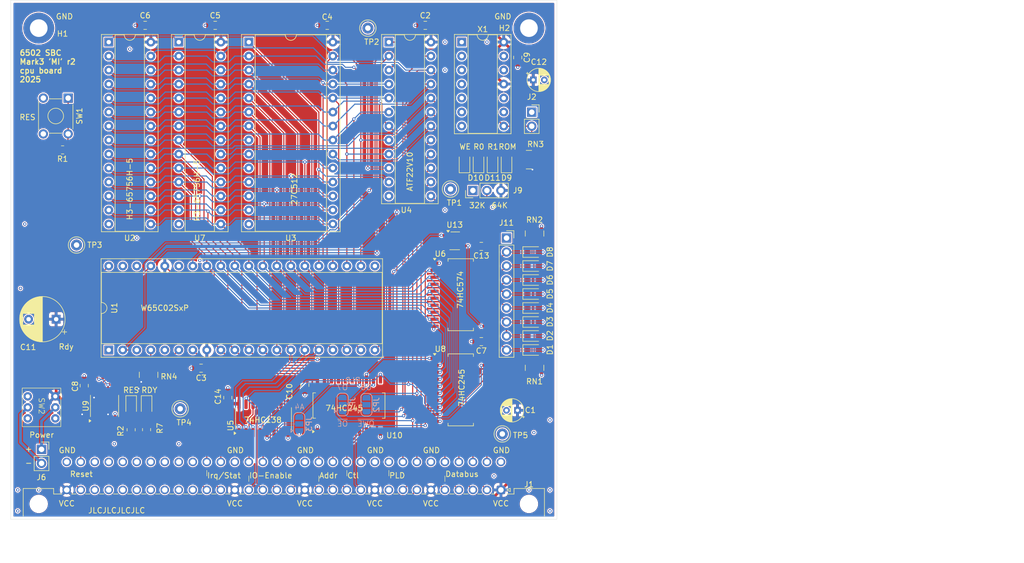
<source format=kicad_pcb>
(kicad_pcb (version 20241229) (generator "pcbnew") (generator_version "9.0")
  (layers (0 "F.Cu" signal) (4 "In1.Cu" signal) (6 "In2.Cu" signal) (2 "B.Cu" signal) (13 "F.Paste" user) (15 "B.Paste" user) (5 "F.SilkS" user "F.Silkscreen") (7 "B.SilkS" user "B.Silkscreen") (1 "F.Mask" user) (3 "B.Mask" user) (25 "Edge.Cuts" user))
  (net 0 "")
  (net 2 "VCC")
  (net 5 "/A1")
  (net 6 "/A2")
  (net 7 "/A3")
  (net 8 "/A4")
  (net 9 "/A5")
  (net 10 "/A6")
  (net 11 "/A7")
  (net 12 "/A8")
  (net 13 "/A9")
  (net 14 "/A10")
  (net 15 "/A11")
  (net 16 "GND")
  (net 17 "/A12")
  (net 18 "/A13")
  (net 19 "/A14")
  (net 20 "/RES")
  (net 21 "/DB0")
  (net 22 "/DB1")
  (net 23 "/R{slash}~{W}")
  (net 25 "/CLOCK")
  (net 28 "/SYS_CLK")
  (net 29 "/~{RES}")
  (net 30 "/~{ROM_SEL}")
  (net 31 "/~{RAM0_SEL}")
  (net 32 "/~{RAM1_SEL}")
  (net 33 "/~{QWE}")
  (net 34 "/~{IO_RD}")
  (net 35 "/~{IO_SEL}")
  (net 36 "/~{IO_WR}")
  (net 37 "/~{IOEN_00_GPIO0}")
  (net 38 "/~{IOEN_02_UART}")
  (net 39 "/DB2")
  (net 40 "/DB3")
  (net 41 "/DB4")
  (net 42 "/DB5")
  (net 43 "/DB6")
  (net 44 "/DB7")
  (net 47 "Net-(U9-~{PB_RST})")
  (net 48 "/~{IOEN_03}")
  (net 49 "/~{IOEN_04}")
  (net 50 "/~{IOEN_05}")
  (net 51 "/~{IOEN_06}")
  (net 52 "/~{IOEN_07}")
  (net 53 "/A15")
  (net 54 "Net-(D4-K)")
  (net 55 "Net-(J9-Pin_2)")
  (net 56 "/~{IRQ}")
  (net 57 "/~{NMI}")
  (net 58 "Net-(D3-K)")
  (net 59 "Net-(D2-K)")
  (net 60 "Net-(D8-K)")
  (net 61 "Net-(D7-K)")
  (net 62 "Net-(D6-K)")
  (net 63 "Net-(D5-K)")
  (net 64 "/GPIO00_O7")
  (net 65 "/GPIO00_O6")
  (net 66 "/GPIO00_O5")
  (net 67 "/GPIO00_O4")
  (net 68 "/GPIO00_O3")
  (net 69 "/GPIO00_O2")
  (net 70 "/GPIO00_O1")
  (net 71 "/GPIO00_O0")
  (net 72 "Net-(D12-A)")
  (net 73 "Net-(D11-A)")
  (net 74 "Net-(D10-A)")
  (net 75 "Net-(D9-A)")
  (net 76 "Net-(D13-A)")
  (net 77 "/D1")
  (net 78 "/D3")
  (net 79 "/D5")
  (net 80 "/D7")
  (net 81 "/D6")
  (net 82 "/D4")
  (net 83 "/D2")
  (net 84 "/D0")
  (net 85 "/A0")
  (net 86 "/~{IOEN_01}")
  (net 87 "/AB0")
  (net 88 "/AB1")
  (net 89 "/AB2")
  (net 90 "/AB3")
  (net 91 "/AB4")
  (net 92 "/PLD_O9")
  (net 93 "/~{IO_SEL_BUS}")
  (net 94 "Net-(J6-Pin_1)")
  (net 95 "Net-(J6-Pin_2)")
  (net 99 "/PLD_O7")
  (net 100 "Net-(D1-K)")
  (net 101 "/~{OE}")
  (net 111 "Net-(U6-Cp)")
  (net 112 "/RDY")
  (net 113 "Net-(D14-A)")
  (net 114 "/SYNC")
  (net 119 "/PLD_O8")
  (net 133 "/~{BUS_RD}")
  (net 134 "/~{BUS_WR}")
  (net 135 "Net-(JP3-C)")
  (footprint "Package_SO:SO-8_3.9x4.9mm_P1.27mm" (layer "F.Cu") (at 50.038 86.36 90)
    (property "Reference" "U9")
    (property "Value" "MAX1232")
  )
  (footprint "Resistor_SMD:R_0805_2012Metric_Pad1.20x1.40mm_HandSolder" (layer "F.Cu") (at 57.658 90.662 90)
    (property "Reference" "R7")
    (property "Value" "10K" (hide yes))
  )
  (footprint "Package_DIP:DIP-28_W7.62mm_Socket" (layer "F.Cu") (at 63.5 20.32)
    (property "Reference" "U7")
    (property "Value" "H3-65756H-5")
  )
  (footprint "sim82:7x7DPDT" (layer "F.Cu") (at 38.608 86.614 -90)
    (property "Reference" "SW2")
    (property "Value" "SW_PWR")
  )
  (footprint "Package_DIP:DIP-28_W7.62mm_Socket" (layer "F.Cu") (at 50.8 20.32)
    (property "Reference" "U2")
    (property "Value" "H3-65756H-5")
  )
  (footprint "Capacitor_THT:CP_Radial_D8.0mm_P5.00mm" (layer "F.Cu") (at 41.264651 70.612 180)
    (property "Reference" "C11")
    (property "Value" "680uF")
  )
  (footprint "Connector_PinSocket_2.54mm:PinSocket_1x09_P2.54mm_Vertical" (layer "F.Cu") (at 122.936 55.88)
    (property "Reference" "J11")
    (property "Value" "Conn_01x09")
  )
  (footprint "LED_SMD:LED_0805_2012Metric_Pad1.15x1.40mm_HandSolder" (layer "F.Cu") (at 120.396 42.164 90)
    (property "Reference" "D11")
    (property "Value" "LED_Small")
  )
  (footprint "TestPoint:TestPoint_Loop_D1.80mm_Drill1.0mm_Beaded" (layer "F.Cu") (at 63.754 86.868)
    (property "Reference" "TP4")
    (property "Value" "TestPoint")
  )
  (footprint "Capacitor_SMD:C_0805_2012Metric_Pad1.18x1.45mm_HandSolder" (layer "F.Cu") (at 72.39 84.8575 90)
    (property "Reference" "C14")
    (property "Value" "100nF")
  )
  (footprint "Package_DIP:DIP-28_W15.24mm_Socket" (layer "F.Cu") (at 76.2 20.32)
    (property "Reference" "U3")
    (property "Value" "27C512")
  )
  (footprint "LED_SMD:LED_0805_2012Metric_Pad1.15x1.40mm_HandSolder" (layer "F.Cu") (at 127.753 63.5)
    (property "Reference" "D6")
    (property "Value" "LED_Small")
  )
  (footprint "LED_SMD:LED_0805_2012Metric_Pad1.15x1.40mm_HandSolder" (layer "F.Cu") (at 122.936 42.164 90)
    (property "Reference" "D9")
    (property "Value" "LED_Small")
  )
  (footprint "LED_SMD:LED_0805_2012Metric_Pad1.15x1.40mm_HandSolder" (layer "F.Cu") (at 127.753 58.42)
    (property "Reference" "D8")
    (property "Value" "LED_Small")
  )
  (footprint "Resistor_SMD:R_0805_2012Metric_Pad1.20x1.40mm_HandSolder" (layer "F.Cu") (at 42.434 39.878 180)
    (property "Reference" "R1")
    (property "Value" "10K")
  )
  (footprint "Resistor_SMD:R_Array_Convex_4x0612" (layer "F.Cu") (at 128.016 55.056 90)
    (property "Reference" "RN2")
    (property "Value" "R_Pack04")
  )
  (footprint "Resistor_SMD:R_Array_Convex_4x0612" (layer "F.Cu") (at 127 41.656)
    (property "Reference" "RN3")
    (property "Value" "R_Pack04")
  )
  (footprint "LED_SMD:LED_0805_2012Metric_Pad1.15x1.40mm_HandSolder" (layer "F.Cu") (at 115.316 42.164 90)
    (property "Reference" "D12" (hide yes))
    (property "Value" "LED_Small")
  )
  (footprint "LED_SMD:LED_0805_2012Metric_Pad1.15x1.40mm_HandSolder" (layer "F.Cu") (at 117.856 42.164 90)
    (property "Reference" "D10")
    (property "Value" "LED_Small")
  )
  (footprint "Capacitor_SMD:C_0805_2012Metric_Pad1.18x1.45mm_HandSolder" (layer "F.Cu") (at 70.104 17.272 180)
    (property "Reference" "C5")
    (property "Value" "100nF")
  )
  (footprint "Capacitor_SMD:C_0805_2012Metric_Pad1.18x1.45mm_HandSolder" (layer "F.Cu") (at 86.36 82.5715 -90)
    (property "Reference" "C10")
    (property "Value" "100nF")
  )
  (footprint "LED_SMD:LED_0805_2012Metric_Pad1.15x1.40mm_HandSolder" (layer "F.Cu") (at 127.753 73.66)
    (property "Reference" "D2")
    (property "Value" "LED_Small")
  )
  (footprint "Capacitor_THT:CP_Radial_D4.0mm_P2.00mm" (layer "F.Cu") (at 127.794 27.178)
    (property "Reference" "C12")
    (property "Value" "47uF")
  )
  (footprint "LED_SMD:LED_0805_2012Metric_Pad1.15x1.40mm_HandSolder" (layer "F.Cu") (at 127.753 71.12)
    (property "Reference" "D3")
    (property "Value" "LED_Small")
  )
  (footprint "Package_DIP:DIP-24_W7.62mm_Socket" (layer "F.Cu") (at 101.6 20.32)
    (property "Reference" "U4")
    (property "Value" "ATF22V10")
  )
  (footprint "Package_SO:SO-20_12.8x7.5mm_P1.27mm" (layer "F.Cu") (at 94.361 86.284 90)
    (property "Reference" "U10")
    (property "Value" "74HC245")
  )
  (footprint "Resistor_SMD:R_Array_Convex_4x0612" (layer "F.Cu") (at 128.016 79.44 -90)
    (property "Reference" "RN1")
    (property "Value" "R_Pack04")
  )
  (footprint "Capacitor_SMD:C_0805_2012Metric_Pad1.18x1.45mm_HandSolder" (layer "F.Cu") (at 90.424 17.272 180)
    (property "Reference" "C4")
    (property "Value" "100nF")
  )
  (footprint "Capacitor_THT:CP_Radial_D4.0mm_P2.00mm" (layer "F.Cu") (at 124.9246 87.154 180)
    (property "Reference" "C1")
    (property "Value" "47uF")
  )
  (footprint "Capacitor_SMD:C_0805_2012Metric_Pad1.18x1.45mm_HandSolder" (layer "F.Cu") (at 124.968 23.114 -90)
    (property "Reference" "C9")
    (property "Value" "100nF")
  )
  (footprint "Package_SO:SO-16_3.9x9.9mm_P1.27mm" (layer "F.Cu") (at 78.867 88.611 90)
    (property "Reference" "U5")
    (property "Value" "74LS138")
  )
  (footprint "Package_TO_SOT_SMD:SOT-23-5_HandSoldering" (layer "F.Cu") (at 113.538 56.388)
    (property "Reference" "U13")
    (property "Value" "74AHC1G32")
  )
  (footprint "LED_SMD:LED_0805_2012Metric_Pad1.15x1.40mm_HandSolder" (layer "F.Cu") (at 57.658 86.36 -90)
    (property "Reference" "D14" (hide yes))
    (property "Value" "LED_Small" (hide yes))
  )
  (footprint "Capacitor_SMD:C_0805_2012Metric_Pad1.18x1.45mm_HandSolder" (layer "F.Cu") (at 57.404 17.272 180)
    (property "Reference" "C6")
    (property "Value" "100nF")
  )
  (footprint "Connector_PinSocket_2.54mm:PinSocket_1x02_P2.54mm_Vertical" (layer "F.Cu") (at 127.508 33.04)
    (property "Reference" "J2")
    (property "Value" "Clock")
  )
  (footprint "Capacitor_SMD:C_0805_2012Metric_Pad1.18x1.45mm_HandSolder" (layer "F.Cu") (at 46.355 82.677 90)
    (property "Reference" "C8")
    (property "Value" "100nF")
  )
  (footprint "Capacitor_SMD:C_0805_2012Metric_Pad1.18x1.45mm_HandSolder" (layer "F.Cu") (at 67.5425 79.502 180)
    (property "Reference" "C3")
    (property "Value" "100nF")
  )
  (footprint "Capacitor_SMD:C_0805_2012Metric_Pad1.18x1.45mm_HandSolder" (layer "F.Cu") (at 118.364 74.676 180)
    (property "Reference" "C7")
    (property "Value" "100nF")
  )
  (footprint "Package_DIP:DIP-40_W15.24mm_Socket" (layer "F.Cu") (at 50.8 76.2 90)
    (property "Reference" "U1")
    (property "Value" "W65C02SxP")
  )
  (footprint "LED_SMD:LED_0805_2012Metric_Pad1.15x1.40mm_HandSolder" (layer "F.Cu") (at 127.753 76.2)
    (property "Reference" "D1")
    (property "Value" "LED_Small")
  )
  (footprint "TestPoint:TestPoint_Loop_D1.80mm_Drill1.0mm_Beaded" (layer "F.Cu") (at 122.174 91.44)
    (property "Reference" "TP5")
    (property "Value" "TestPoint")
  )
  (footprint "Resistor_SMD:R_Array_Convex_4x0612" (layer "F.Cu") (at 58.02 80.71 90)
    (property "Reference" "RN4")
    (property "Value" "R_Pack04")
  )
  (footprint "Connector_PinHeader_2.54mm:PinHeader_1x03_P2.54mm_Vertical" (layer "F.Cu") (at 116.84 47.244 90)
    (property "Reference" "J9")
    (property "Value" "Ram1 Enable")
  )
  (footprint "Package_SO:SO-20_12.8x7.5mm_P1.27mm" (layer "F.Cu") (at 114.63 83.439)
    (property "Reference" "U8")
    (property "Value" "74HC245")
  )
  (footprint "LED_SMD:LED_0805_2012Metric_Pad1.15x1.40mm_HandSolder" (layer "F.Cu") (at 127.753 60.96)
    (property "Reference" "D7")
    (property "Value" "LED_Small")
  )
  (footprint "Capacitor_SMD:C_0805_2012Metric_Pad1.18x1.45mm_HandSolder" (layer "F.Cu") (at 108.204 17.272 180)
    (property "Reference" "C2")
    (property "Value" "100nF")
  )
  (footprint "TestPoint:TestPoint_Loop_D1.80mm_Drill1.0mm_Beaded" (layer "F.Cu") (at 97.79 17.78)
    (property "Reference" "TP2")
    (property "Value" "TestPoint")
  )
  (footprint "Package_SO:SO-20_12.8x7.5mm_P1.27mm" (layer "F.Cu") (at 114.63 66.167)
    (property "Reference" "U6")
    (property "Value" "74HCT574")
  )
  (footprint "Capacitor_SMD:C_0805_2012Metric_Pad1.18x1.45mm_HandSolder" (layer "F.Cu") (at 118.364 57.404 180)
    (property "Reference" "C13")
    (property "Value" "100nF")
  )
  (footprint "MountingHole:MountingHole_3.2mm_M3_DIN965_Pad" (layer "F.Cu") (at 38.1 17.78)
    (property "Reference" "H1")
    (property "Value" "GND")
  )
  (footprint "TestPoint:TestPoint_Loop_D1.80mm_Drill1.0mm_Beaded" (layer "F.Cu") (at 112.776 46.99)
    (property "Reference" "TP1")
    (property "Value" "TestPoint")
  )
  (footprint "LED_SMD:LED_0805_2012Metric_Pad1.15x1.40mm_HandSolder" (layer "F.Cu") (at 127.753 66.04)
    (property "Reference" "D5")
    (property "Value" "LED_Small")
  )
  (footprint "Resistor_SMD:R_0805_2012Metric_Pad1.20x1.40mm_HandSolder" (layer "F.Cu") (at 54.864 90.678 -90)
    (property "Reference" "R2")
    (property "Value" "10K")
  )
  (footprint "Connector_PinSocket_2.54mm:PinSocket_1x02_P2.54mm_Vertical" (layer "F.Cu") (at 38.608 94.234)
    (property "Reference" "J6")
    (property "Value" "Conn_01x02_Socket")
  )
  (footprint "Package_DIP:DIP-14_W7.62mm_Socket" (layer "F.Cu") (at 114.808 20.315)
    (property "Reference" "X1")
    (property "Value" "ACO-14MHz")
  )
  (footprint "LED_SMD:LED_0805_2012Metric_Pad1.15x1.40mm_HandSolder" (layer "F.Cu") (at 54.864 86.36 -90)
    (property "Reference" "D13" (hide yes))
    (property "Value" "LED_Small")
  )
  (footprint "TestPoint:TestPoint_Loop_D1.80mm_Drill1.0mm_Beaded" (layer "F.Cu") (at 44.958 57.15)
    (property "Reference" "TP3")
    (property "Value" "TestPoint")
  )
  (footprint "LED_SMD:LED_0805_2012Metric_Pad1.15x1.40mm_HandSolder" (layer "F.Cu") (at 127.753 68.58)
    (property "Reference" "D4")
    (property "Value" "LED_Small")
  )
  (footprint "Button_Switch_THT:SW_TH_Tactile_Omron_B3F-10xx" (layer "F.Cu") (at 43.434 30.48 -90)
    (property "Reference" "SW1")
    (property "Value" "SW_Reset")
  )
  (footprint "Connector_DIN:DIN41612_C_2x32_Male_Horizontal_THT" (layer "F.Cu") (at 121.92 101.6 180)
    (property "Reference" "J1")
    (property "Value" "DIN41612_02x32_AC")
  )
  (footprint "MountingHole:MountingHole_3.2mm_M3_DIN965_Pad" (layer "F.Cu") (at 127 17.78)
    (property "Reference" "H2")
    (property "Value" "GND")
  )
  (footprint "Jumper:SolderJumper-3_P1.3mm_Open_RoundedPad1.0x1.5mm" (layer "B.Cu") (at 85.344 89.63 90)
    (property "Reference" "JP3")
    (property "Value" "SolderJumper_3_Open")
  )
  (footprint "Jumper:SolderJumper-3_P1.3mm_Open_RoundedPad1.0x1.5mm" (layer "B.Cu") (at 93.218 86.106 90)
    (property "Reference" "JP1")
    (property "Value" "SolderJumper_3_Open")
  )
  (footprint "Jumper:SolderJumper-3_P1.3mm_Open_RoundedPad1.0x1.5mm" (layer "B.Cu") (at 97.536 86.136 90)
    (property "Reference" "JP2")
    (property "Value" "SolderJumper_3_Open")
  )
  (gr_line (start 68.58 98.044) (end 68.58 99.06) (stroke (width 0.1)) (layer "F.SilkS"))
  (gr_line (start 76.2 99.06) (end 76.2 100.076) (stroke (width 0.1)) (layer "F.SilkS"))
  (gr_line (start 101.6 98.044) (end 101.6 99.06) (stroke (width 0.1)) (layer "F.SilkS"))
  (gr_line (start 111.76 99.06) (end 111.76 100.076) (stroke (width 0.1)) (layer "F.SilkS"))
  (gr_line (start 88.9 99.06) (end 88.9 100.076) (stroke (width 0.1)) (layer "F.SilkS"))
  (gr_line (start 93.98 98.044) (end 93.98 99.06) (stroke (width 0.1)) (layer "F.SilkS"))
  (gr_rect (start 33.02 12.7) (end 132.08 106.934) (stroke (width 0.05)) (fill no) (layer "Edge.Cuts"))
  (gr_text "PLD" (at 101.6 99.568 0) (layer "F.SilkS") (effects (font (size 1 1)) (justify left bottom)))
  (gr_text "R0" (at 116.84 39.896 0) (layer "F.SilkS") (effects (font (size 1 1)) (justify left bottom)))
  (gr_text "32K" (at 116.078 50.546 0) (layer "F.SilkS") (effects (font (size 1 1)) (justify left bottom)))
  (gr_text "74HC245\n" (at 93.518001 86.756001 0) (layer "F.SilkS") (effects (font (size 1 1))))
  (gr_text "VCC" (at 97.536 104.648 0) (layer "F.SilkS") (effects (font (size 1 1)) (justify left bottom)))
  (gr_text "GND" (at 72.136 94.996 0) (layer "F.SilkS") (effects (font (size 1 1)) (justify left bottom)))
  (gr_text "Databus" (at 111.76 99.314 0) (layer "F.SilkS") (effects (font (size 1 1)) (justify left bottom)))
  (gr_text "RES" (at 34.544 34.544 0) (layer "F.SilkS") (effects (font (size 1 1)) (justify left bottom)))
  (gr_text "JLCJLCJLCJLC" (at 46.99 105.918 0) (layer "F.SilkS") (effects (font (size 1 1)) (justify left bottom)))
  (gr_text "VCC" (at 84.836 104.648 0) (layer "F.SilkS") (effects (font (size 1 1)) (justify left bottom)))
  (gr_text "GND" (at 41.656 94.996 0) (layer "F.SilkS") (effects (font (size 1 1)) (justify left bottom)))
  (gr_text "WE" (at 114.3 39.887 0) (layer "F.SilkS") (effects (font (size 1 1)) (justify left bottom)))
  (gr_text "64K" (at 120.142 50.546 0) (layer "F.SilkS") (effects (font (size 1 1)) (justify left bottom)))
  (gr_text "-" (at 35.56 97.282 0) (layer "F.SilkS") (effects (font (size 1 1)) (justify left bottom)))
  (gr_text "ROM" (at 121.412 39.896 0) (layer "F.SilkS") (effects (font (size 1 1)) (justify left bottom)))
  (gr_text "Addr" (at 88.9 99.568 0) (layer "F.SilkS") (effects (font (size 1 1)) (justify left bottom)))
  (gr_text "Ctl" (at 93.98 99.568 0) (layer "F.SilkS") (effects (font (size 1 1)) (justify left bottom)))
  (gr_text "+" (at 35.56 94.742 0) (layer "F.SilkS") (effects (font (size 1 1)) (justify left bottom)))
  (gr_text "74HC245\n" (at 114.808 83.058 90) (layer "F.SilkS") (effects (font (size 1 1))))
  (gr_text "Power" (at 36.322 92.202 0) (layer "F.SilkS") (effects (font (size 1 1)) (justify left bottom)))
  (gr_text "Rdy" (at 41.656 76.2 0) (layer "F.SilkS") (effects (font (size 1 1)) (justify left bottom)))
  (gr_text "GND" (at 107.696 94.996 0) (layer "F.SilkS") (effects (font (size 1 1)) (justify left bottom)))
  (gr_text "R1" (at 119.38 39.896 0) (layer "F.SilkS") (effects (font (size 1 1)) (justify left bottom)))
  (gr_text "Irq/Stat" (at 68.58 99.568 0) (layer "F.SilkS") (effects (font (size 1 1)) (justify left bottom)))
  (gr_text "VCC" (at 107.696 104.648 0) (layer "F.SilkS") (effects (font (size 1 1)) (justify left bottom)))
  (gr_text "GND" (at 120.65 16.256 0) (layer "F.SilkS") (effects (font (size 1 1)) (justify left bottom)))
  (gr_text "6502 SBC \nMark3 'MI' r2\ncpu board \n2025" (at 34.544 27.686 0) (layer "F.SilkS") (effects (font (size 1 1) (thickness 0.2) (bold yes)) (justify left bottom)))
  (gr_text "VCC" (at 41.656 104.648 0) (layer "F.SilkS") (effects (font (size 1 1)) (justify left bottom)))
  (gr_text "VCC" (at 120.396 104.648 0) (layer "F.SilkS") (effects (font (size 1 1)) (justify left bottom)))
  (gr_text "74HC574" (at 114.554 65.278 90) (layer "F.SilkS") (effects (font (size 1 1))))
  (gr_text "H3-65756H-5" (at 66.802 47.244 90) (layer "F.SilkS") (effects (font (size 1 1))))
  (gr_text "GND" (at 120.396 94.996 0) (layer "F.SilkS") (effects (font (size 1 1)) (justify left bottom)))
  (gr_text "74HC138\n" (at 78.74 88.9 0) (layer "F.SilkS") (effects (font (size 1 1))))
  (gr_text "GND" (at 97.536 94.996 0) (layer "F.SilkS") (effects (font (size 1 1)) (justify left bottom)))
  (gr_text "IO-Enable" (at 76.2 99.568 0) (layer "F.SilkS") (effects (font (size 1 1)) (justify left bottom)))
  (gr_text "Reset" (at 43.688 99.314 0) (layer "F.SilkS") (effects (font (size 1 1)) (justify left bottom)))
  (gr_text "VCC" (at 72.136 104.648 0) (layer "F.SilkS") (effects (font (size 1 1)) (justify left bottom)))
  (gr_text "GND" (at 41.148 16.256 0) (layer "F.SilkS") (effects (font (size 1 1)) (justify left bottom)))
  (gr_text "RES" (at 53.34 84.074 0) (layer "F.SilkS") (effects (font (size 1 1)) (justify left bottom)))
  (gr_text "GND" (at 84.836 94.996 0) (layer "F.SilkS") (effects (font (size 1 1)) (justify left bottom)))
  (gr_text "RDY" (at 56.642 84.074 0) (layer "F.SilkS") (effects (font (size 1 1)) (justify left bottom)))
  (gr_text "A4" (at 86.36 87.122 0) (layer "B.SilkS") (effects (font (size 1 1) (thickness 0.1)) (justify left bottom mirror)))
  (gr_text "~{OE}" (at 94.234 90.17 0) (layer "B.SilkS") (effects (font (size 1 1) (thickness 0.1)) (justify left bottom mirror)))
  (gr_text "~{QWE}" (at 99.06 90.17 0) (layer "B.SilkS") (effects (font (size 1 1) (thickness 0.1)) (justify left bottom mirror)))
  (gr_text "PLD" (at 96.52 82.296 0) (layer "B.SilkS") (effects (font (size 1 1) (thickness 0.1)) (justify left bottom mirror)))
  (gr_text "O7" (at 94.234 83.566 0) (layer "B.SilkS") (effects (font (size 1 1) (thickness 0.1)) (justify left bottom mirror)))
  (gr_text "O8" (at 98.552 83.566 0) (layer "B.SilkS") (effects (font (size 1 1) (thickness 0.1)) (justify left bottom mirror)))
  (segment (start 127.762 30.182599) (end 128.905 31.325599) (width 0.5) (layer "F.Cu") (net 2))
  (segment (start 58.4415 20.2985) (end 58.42 20.32) (width 0.5) (layer "F.Cu") (net 2))
  (segment (start 69.596 79.502) (end 71.628 81.534) (width 0.5) (layer "F.Cu") (net 2))
  (segment (start 119.4015 74.676) (end 119.4015 77.7025) (width 0.5) (layer "F.Cu") (net 2))
  (segment (start 84.836 103.124) (end 86.36 101.6) (width 0.5) (layer "F.Cu") (net 2))
  (segment (start 124.9246 98.5954) (end 124.9246 87.154) (width 0.5) (layer "F.Cu") (net 2))
  (segment (start 127.63897 43.458254) (end 127.63897 42.98703) (width 0.5) (layer "F.Cu") (net 2))
  (segment (start 50.673 87.884) (end 52.197 86.36) (width 0.2) (layer "F.Cu") (net 2))
  (segment (start 50.673 89.3941) (end 52.9569 91.678) (width 0.2) (layer "F.Cu") (net 2))
  (segment (start 58.4415 17.272) (end 58.4415 20.2985) (width 0.5) (layer "F.Cu") (net 2))
  (segment (start 45.974 87.884) (end 44.958 87.884) (width 0.5) (layer "F.Cu") (net 2))
  (segment (start 48.133 84.836) (end 48.133 83.785) (width 0.2) (layer "F.Cu") (net 2))
  (segment (start 127.63897 42.98703) (end 127.7 42.926) (width 0.5) (layer "F.Cu") (net 2))
  (segment (start 44.958 87.884) (end 41.688 84.614) (width 0.5) (layer "F.Cu") (net 2))
  (segment (start 86.36 101.6) (end 87.884 103.124) (width 0.5) (layer "F.Cu") (net 2))
  (segment (start 41.108 84.114) (end 41.264651 83.957349) (width 0.5) (layer "F.Cu") (net 2))
  (segment (start 110.744 103.124) (end 120.396 103.124) (width 0.5) (layer "F.Cu") (net 2))
  (segment (start 56.222235 85.537925) (end 56.222235 83.223765) (width 0.2) (layer "F.Cu") (net 2))
  (segment (start 71.628 81.534) (end 86.36 81.534) (width 0.5) (layer "F.Cu") (net 2))
  (segment (start 72.136 103.124) (end 73.66 101.6) (width 0.5) (layer "F.Cu") (net 2))
  (segment (start 41.264651 83.957349) (end 41.264651 70.612) (width 0.5) (layer "F.Cu") (net 2))
  (segment (start 71.1415 17.272) (end 71.1415 20.2985) (width 0.5) (layer "F.Cu") (net 2))
  (segment (start 41.148 99.568) (end 41.148 90.369442) (width 0.5) (layer "F.Cu") (net 2))
  (segment (start 117.4355 55.438) (end 119.4015 57.404) (width 0.5) (layer "F.Cu") (net 2))
  (segment (start 124.9246 83.5226) (end 120.904 79.502) (width 0.5) (layer "F.Cu") (net 2))
  (segment (start 44.704 103.124) (end 72.136 103.124) (width 0.5) (layer "F.Cu") (net 2))
  (segment (start 124.9246 87.154) (end 124.9246 83.5226) (width 0.5) (layer "F.Cu") (net 2))
  (segment (start 114.888 55.438) (end 117.4355 55.438) (width 0.5) (layer "F.Cu") (net 2))
  (segment (start 71.1415 20.2985) (end 71.12 20.32) (width 0.5) (layer "F.Cu") (net 2))
  (segment (start 52.197 86.36) (end 55.40016 86.36) (width 0.2) (layer "F.Cu") (net 2))
  (segment (start 128.905 31.325599) (end 128.905 39.181) (width 0.5) (layer "F.Cu") (net 2))
  (segment (start 109.2415 20.2985) (end 109.22 20.32) (width 0.5) (layer "F.Cu") (net 2))
  (segment (start 41.688 84.614) (end 41.108 84.614) (width 0.5) (layer "F.Cu") (net 2))
  (segment (start 57.642 91.678) (end 57.658 91.662) (width 0.5) (layer "F.Cu") (net 2))
  (segment (start 74.281 85.895) (end 74.422 86.036) (width 0.5) (layer "F.Cu") (net 2))
  (segment (start 97.536 103.124) (end 99.06 101.6) (width 0.5) (layer "F.Cu") (net 2))
  (segment (start 87.884 103.124) (end 97.536 103.124) (width 0.5) (layer "F.Cu") (net 2))
  (segment (start 56.689765 81.470235) (end 56.75 81.41) (width 0.2) (layer "F.Cu") (net 2))
  (segment (start 56.1555 14.986) (end 58.4415 17.272) (width 0.5) (layer "F.Cu") (net 2))
  (segment (start 72.3165 16.097) (end 90.2865 16.097) (width 0.5) (layer "F.Cu") (net 2))
  (segment (start 54.864 91.678) (end 57.642 91.678) (width 0.2) (layer "F.Cu") (net 2))
  (segment (start 91.4615 17.272) (end 91.4615 20.2985) (width 0.5) (layer "F.Cu") (net 2))
  (segment (start 50.673 87.884) (end 50.800781 88.011781) (width 0.2) (layer "F.Cu") (net 2))
  (segment (start 68.58 79.502) (end 69.596 79.502) (width 0.5) (layer "F.Cu") (net 2))
  (segment (start 124.968 22.0765) (end 127.762 24.8705) (width 0.5) (layer "F.Cu") (net 2))
  (segment (start 120.904 79.502) (end 120.904 76.1785) (width 0.5) (layer "F.Cu") (net 2))
  (segment (start 58.4415 17.272) (end 59.6165 16.097) (width 0.5) (layer "F.Cu") (net 2))
  (segment (start 50.673 87.884) (end 50.673 88.935) (width 0.5) (layer "F.Cu") (net 2))
  (segment (start 119.4015 57.404) (end 119.4015 60.4305) (width 0.5) (layer "F.Cu") (net 2))
  (segment (start 68.58 79.502) (end 68.58 76.2) (width 0.5) (layer "F.Cu") (net 2))
  (segment (start 72.39 100.33) (end 72.39 85.895) (width 0.5) (layer "F.Cu") (net 2))
  (segment (start 68.58 79.502) (end 68.58 84.963) (width 0.5) (layer "F.Cu") (net 2))
  (segment (start 68.58 68.58) (end 68.58 76.2) (width 0.2) (layer "F.Cu") (net 2))
  (segment (start 124.1895 22.0765) (end 122.428 20.315) (width 0.5) (layer "F.Cu") (net 2))
  (segment (start 48.768 14.986) (end 56.1555 14.986) (width 0.5) (layer "F.Cu") (net 2))
  (segment (start 120.396 103.124) (end 121.92 101.6) (width 0.5) (layer "F.Cu") (net 2))
  (segment (start 119.4015 77.7025) (end 119.38 77.724) (width 0.5) (layer "F.Cu") (net 2))
  (segment (start 94.996 16.002) (end 96.296 14.702) (width 0.5) (layer "F.Cu") (net 2))
  (segment (start 121.92 101.6) (end 124.9246 98.5954) (width 0.5) (layer "F.Cu") (net 2))
  (segment (start 72.39 85.895) (end 74.281 85.895) (width 0.5) (layer "F.Cu") (net 2))
  (segment (start 68.58 84.963) (end 69.512 85.895) (width 0.5) (layer "F.Cu") (net 2))
  (segment (start 122.428 20.315) (end 121.178 21.565) (width 0.5) (layer "F.Cu") (net 2))
  (segment (start 91.4615 17.272) (end 92.7315 16.002) (width 0.5) (layer "F.Cu") (net 2))
  (segment (start 73.66 101.6) (end 75.184 103.124) (width 0.5) (layer "F.Cu") (net 2))
  (segment (start 91.4615 20.2985) (end 91.44 20.32) (width 0.5) (layer "F.Cu") (net 2))
  (segment (start 48.0625 83.7145) (end 48.133 83.785) (width 0.5) (layer "F.Cu") (net 2))
  (segment (start 75.184 103.124) (end 84.836 103.124) (width 0.5) (layer "F.Cu") (net 2))
  (segment (start 73.66 101.6) (end 72.39 100.33) (width 0.5) (layer "F.Cu") (net 2))
  (segment (start 119.4015 60.4305) (end 119.38 60.452) (width 0.5) (layer "F.Cu") (net 2))
  (segment (start 124.968 22.0765) (end 124.1895 22.0765) (width 0.5) (layer "F.Cu") (net 2))
  (segment (start 119.385 17.272) (end 109.2415 17.272) (width 0.5) (layer "F.Cu") (net 2))
  (segment (start 106.6715 14.702) (end 109.2415 17.272) (width 0.5) (layer "F.Cu") (net 2))
  (segment (start 60.96 60.96) (end 68.58 68.58) (width 0.2) (layer "F.Cu") (net 2))
  (segment (start 59.436 81.556) (end 59.29 81.41) (width 0.2) (layer "F.Cu") (net 2))
  (segment (start 121.178 21.565) (end 121.178 26.685) (width 0.5) (layer "F.Cu") (net 2))
  (segment (start 69.512 85.895) (end 72.39 85.895) (width 0.5) (layer "F.Cu") (net 2))
  (segment (start 46.355 83.7145) (end 48.0625 83.7145) (width 0.5) (layer "F.Cu") (net 2))
  (segment (start 52.9569 91.678) (end 54.864 91.678) (width 0.2) (layer "F.Cu") (net 2))
  (segment (start 109.22 101.6) (end 110.744 103.124) (width 0.5) (layer "F.Cu") (net 2))
  (segment (start 119.4015 74.676) (end 117.106 72.3805) (width 0.5) (layer "F.Cu") (net 2))
  (segment (start 41.108 84.614) (end 41.108 84.114) (width 0.5) (layer "F.Cu") (net 2))
  (segment (start 127.7 42.926) (end 127.7 40.386) (width 0.5) (layer "F.Cu") (net 2))
  (segment (start 59.29 81.41) (end 56.75 81.41) (width 0.2) (layer "F.Cu") (net 2))
  (segment (start 122.428 20.315) (end 119.385 17.272) (width 0.5) (layer "F.Cu") (net 2))
  (segment (start 101.473 104.013) (end 106.807 104.013) (width 0.5) (layer "F.Cu") (net 2))
  (segment (start 117.106 59.6995) (end 119.4015 57.404) (width 0.5) (layer "F.Cu") (net 2))
  (segment (start 121.178 26.685) (end 122.428 27.935) (width 0.5) (layer "F.Cu") (net 2))
  (segment (start 55.40016 86.36) (end 56.222235 85.537925) (width 0.2) (layer "F.Cu") (net 2))
  (segment (start 127.762 24.8705) (end 127.762 30.182599) (width 0.5) (layer "F.Cu") (net 2))
  (segment (start 50.673 88.935) (end 50.673 89.3941) (width 0.5) (layer "F.Cu") (net 2))
  (segment (start 43.18 101.6) (end 41.148 99.568) (width 0.5) (layer "F.Cu") (net 2))
  (segment (start 39.895 89.116442) (end 39.895 85.827) (width 0.5) (layer "F.Cu") (net 2))
  (segment (start 69.9665 16.097) (end 71.1415 17.272) (width 0.5) (layer "F.Cu") (net 2))
  (segment (start 71.1415 17.272) (end 72.3165 16.097) (width 0.5) (layer "F.Cu") (net 2))
  (segment (start 96.296 14.702) (end 106.6715 14.702) (width 0.5) (layer "F.Cu") (net 2))
  (segment (start 120.904 76.1785) (end 119.4015 74.676) (width 0.5) (layer "F.Cu") (net 2))
  (segment (start 59.6165 16.097) (end 69.9665 16.097) (width 0.5) (layer "F.Cu") (net 2))
  (segment (start 109.2415 17.272) (end 109.2415 20.2985) (width 0.5) (layer "F.Cu") (net 2))
  (segment (start 41.264651 22.489349) (end 48.768 14.986) (width 0.5) (layer "F.Cu") (net 2))
  (segment (start 86.36 81.534) (end 88.646 81.534) (width 0.5) (layer "F.Cu") (net 2))
  (segment (start 41.148 90.369442) (end 39.895 89.116442) (width 0.5) (layer "F.Cu") (net 2))
  (segment (start 99.06 101.6) (end 101.473 104.013) (width 0.5) (layer "F.Cu") (net 2))
  (segment (start 128.905 39.181) (end 127.7 40.386) (width 0.5) (layer "F.Cu") (net 2))
  (segment (start 106.807 104.013) (end 109.22 101.6) (width 0.5) (layer "F.Cu") (net 2))
  (segment (start 41.264651 70.612) (end 41.264651 22.489349) (width 0.5) (layer "F.Cu") (net 2))
  (segment (start 90.2865 16.097) (end 91.4615 17.272) (width 0.5) (layer "F.Cu") (net 2))
  (segment (start 92.7315 16.002) (end 94.996 16.002) (width 0.5) (layer "F.Cu") (net 2))
  (segment (start 117.106 72.3805) (end 117.106 59.6995) (width 0.5) (layer "F.Cu") (net 2))
  (segment (start 43.18 101.6) (end 44.704 103.124) (width 0.5) (layer "F.Cu") (net 2))
  (segment (start 56.689765 81.994235) (end 56.689765 81.470235) (width 0.2) (layer "F.Cu") (net 2))
  (segment (start 39.895 85.827) (end 41.108 84.614) (width 0.5) (layer "F.Cu") (net 2))
  (via (at 127.63897 43.458254) (size 0.6) (drill 0.3) (layers "F.Cu" "B.Cu") (net 2))
  (via (at 56.689765 81.994235) (size 0.6) (drill 0.3) (layers "F.Cu" "B.Cu") (net 2))
  (via (at 45.974 87.884) (size 0.6) (drill 0.3) (layers "F.Cu" "B.Cu") (net 2))
  (via (at 56.222235 83.223765) (size 0.6) (drill 0.3) (layers "F.Cu" "B.Cu") (net 2))
  (via (at 50.673 87.884) (size 0.6) (drill 0.3) (layers "F.Cu" "B.Cu") (net 2))
  (via (at 48.133 84.836) (size 0.6) (drill 0.3) (layers "F.Cu" "B.Cu") (net 2))
  (segment (start 48.133 84.836) (end 45.974 86.995) (width 0.2) (layer "B.Cu") (net 2))
  (segment (start 45.974 86.995) (end 45.974 87.884) (width 0.2) (layer "B.Cu") (net 2))
  (segment (start 121.92 47.244) (end 124.46 47.244) (width 0.2) (layer "B.Cu") (net 2))
  (segment (start 45.974 87.884) (end 50.673 87.884) (width 0.2) (layer "B.Cu") (net 2))
  (segment (start 56.222235 82.461765) (end 56.689765 81.994235) (width 0.2) (layer "B.Cu") (net 2))
  (segment (start 56.222235 83.223765) (end 56.222235 82.461765) (width 0.2) (layer "B.Cu") (net 2))
  (segment (start 124.46 47.244) (end 127.63897 44.06503) (width 0.2) (layer "B.Cu") (net 2))
  (segment (start 127.63897 44.06503) (end 127.63897 43.458254) (width 0.2) (layer "B.Cu") (net 2))
  (segment (start 50.673 87.884) (end 50.799219 88.010219) (width 0.2) (layer "B.Cu") (net 2))
  (segment (start 72.39 74.93) (end 72.39 59.182) (width 0.2) (layer "F.Cu") (net 5))
  (segment (start 73.66 76.2) (end 77.47 80.01) (width 0.2) (layer "F.Cu") (net 5))
  (segment (start 68.072 45.212) (end 63.5 40.64) (width 0.2) (layer "F.Cu") (net 5))
  (segment (start 91.382 80.01) (end 92.456 81.084) (width 0.2) (layer "F.Cu") (net 5))
  (segment (start 77.47 80.01) (end 91.382 80.01) (width 0.2) (layer "F.Cu") (net 5))
  (segment (start 73.66 76.2) (end 72.39 74.93) (width 0.2) (layer "F.Cu") (net 5))
  (segment (start 92.456 81.084) (end 92.456 81.534) (width 0.2) (layer "F.Cu") (net 5))
  (segment (start 68.072 54.864) (end 68.072 45.212) (width 0.2) (layer "F.Cu") (net 5))
  (segment (start 72.39 59.182) (end 68.072 54.864) (width 0.2) (layer "F.Cu") (net 5))
  (segment (start 50.8 40.64) (end 51.85 41.69) (width 0.2) (layer "B.Cu") (net 5))
  (segment (start 60.96 40.64) (end 63.5 40.64) (width 0.2) (layer "B.Cu") (net 5))
  (segment (start 51.85 41.69) (end 59.91 41.69) (width 0.2) (layer "B.Cu") (net 5))
  (segment (start 72.39 41.91) (end 73.66 40.64) (width 0.2) (layer "B.Cu") (net 5))
  (segment (start 69.85 41.91) (end 72.39 41.91) (width 0.2) (layer "B.Cu") (net 5))
  (segment (start 73.66 40.64) (end 76.2 40.64) (width 0.2) (layer "B.Cu") (net 5))
  (segment (start 68.58 40.64) (end 69.85 41.91) (width 0.2) (layer "B.Cu") (net 5))
  (segment (start 59.91 41.69) (end 60.96 40.64) (width 0.2) (layer "B.Cu") (net 5))
  (segment (start 63.5 40.64) (end 68.58 40.64) (width 0.2) (layer "B.Cu") (net 5))
  (segment (start 76.2 76.2) (end 74.93 74.93) (width 0.2) (layer "F.Cu") (net 6))
  (segment (start 76.2 76.2) (end 79.502 79.502) (width 0.2) (layer "F.Cu") (net 6))
  (segment (start 63.754 38.354) (end 63.5 38.1) (width 0.2) (layer "F.Cu") (net 6))
  (segment (start 74.93 59.182) (end 69.596 53.848) (width 0.2) (layer "F.Cu") (net 6))
  (segment (start 63.754 38.862) (end 63.754 38.354) (width 0.2) (layer "F.Cu") (net 6))
  (segment (start 74.93 74.93) (end 74.93 59.182) (width 0.2) (layer "F.Cu") (net 6))
  (segment (start 69.596 44.704) (end 63.754 38.862) (width 0.2) (layer "F.Cu") (net 6))
  (segment (start 79.502 79.502) (end 92.144 79.502) (width 0.2) (layer "F.Cu") (net 6))
  (segment (start 69.596 53.848) (end 69.596 44.704) (width 0.2) (layer "F.Cu") (net 6))
  (segment (start 92.144 79.502) (end 93.726 81.084) (width 0.2) (layer "F.Cu") (net 6))
  (segment (start 93.726 81.084) (end 93.726 81.534) (width 0.2) (layer "F.Cu") (net 6))
  (segment (start 69.63 39.15) (end 72.61 39.15) (width 0.2) (layer "B.Cu") (net 6))
  (segment (start 60.96 38.1) (end 63.5 38.1) (width 0.2) (layer "B.Cu") (net 6))
  (segment (start 73.66 38.1) (end 76.2 38.1) (width 0.2) (layer "B.Cu") (net 6))
  (segment (start 59.91 39.15) (end 60.96 38.1) (width 0.2) (layer "B.Cu") (net 6))
  (segment (start 68.58 38.1) (end 69.63 39.15) (width 0.2) (layer "B.Cu") (net 6))
  (segment (start 50.8 38.1) (end 51.85 39.15) (width 0.2) (layer "B.Cu") (net 6))
  (segment (start 51.85 39.15) (end 59.91 39.15) (width 0.2) (layer "B.Cu") (net 6))
  (segment (start 63.5 38.1) (end 68.58 38.1) (width 0.2) (layer "B.Cu") (net 6))
  (segment (start 72.61 39.15) (end 73.66 38.1) (width 0.2) (layer "B.Cu") (net 6))
  (segment (start 78.232 37.592) (end 76.2 35.56) (width 0.2) (layer "F.Cu") (net 7))
  (segment (start 81.534 78.994) (end 93.726 78.994) (width 0.2) (layer "F.Cu") (net 7))
  (segment (start 78.74 76.2) (end 77.69 75.15) (width 0.2) (layer "F.Cu") (net 7))
  (segment (start 78.74 76.2) (end 81.534 78.994) (width 0.2) (layer "F.Cu") (net 7))
  (segment (start 94.996 80.264) (end 94.996 81.534) (width 0.2) (layer "F.Cu") (net 7))
  (segment (start 77.69 75.15) (end 77.69 59.724) (width 0.2) (layer "F.Cu") (net 7))
  (segment (start 78.232 59.182) (end 78.232 37.592) (width 0.2) (layer "F.Cu") (net 7))
  (segment (start 93.726 78.994) (end 94.996 80.264) (width 0.2) (layer "F.Cu") (net 7))
  (segment (start 77.69 59.724) (end 78.232 59.182) (width 0.2) (layer "F.Cu") (net 7))
  (segment (start 73.66 35.56) (end 76.2 35.56) (width 0.2) (layer "B.Cu") (net 7))
  (segment (start 69.63 36.61) (end 72.61 36.61) (width 0.2) (layer "B.Cu") (net 7))
  (segment (start 51.85 36.61) (end 59.91 36.61) (width 0.2) (layer "B.Cu") (net 7))
  (segment (start 72.61 36.61) (end 73.66 35.56) (width 0.2) (layer "B.Cu") (net 7))
  (segment (start 59.91 36.61) (end 60.96 35.56) (width 0.2) (layer "B.Cu") (net 7))
  (segment (start 63.5 35.56) (end 68.58 35.56) (width 0.2) (layer "B.Cu") (net 7))
  (segment (start 60.96 35.56) (end 63.5 35.56) (width 0.2) (layer "B.Cu") (net 7))
  (segment (start 68.58 35.56) (end 69.63 36.61) (width 0.2) (layer "B.Cu") (net 7))
  (segment (start 50.8 35.56) (end 51.85 36.61) (width 0.2) (layer "B.Cu") (net 7))
  (segment (start 80.01 36.83) (end 76.2 33.02) (width 0.2) (layer "F.Cu") (net 8))
  (segment (start 80.01 73.406) (end 80.01 36.83) (width 0.2) (layer "F.Cu") (net 8))
  (segment (start 81.28 74.676) (end 80.01 73.406) (width 0.2) (layer "F.Cu") (net 8))
  (segment (start 81.28 76.2) (end 83.566 78.486) (width 0.2) (layer "F.Cu") (net 8))
  (segment (start 96.266 80.297) (end 96.266 81.534) (width 0.2) (layer "F.Cu") (net 8))
  (segment (start 94.455 78.486) (end 96.266 80.297) (width 0.2) (layer "F.Cu") (net 8))
  (segment (start 96.266 82.55) (end 96.266 81.534) (width 0.2) (layer "F.Cu") (net 8))
  (segment (start 81.28 76.2) (end 81.28 74.676) (width 0.2) (layer "F.Cu") (net 8))
  (segment (start 83.566 78.486) (end 94.455 78.486) (width 0.2) (layer "F.Cu") (net 8))
  (via (at 96.266 82.55) (size 0.6) (drill 0.3) (layers "F.Cu" "B.Cu") (net 8))
  (segment (start 63.5 33.02) (end 68.58 33.02) (width 0.2) (layer "B.Cu") (net 8))
  (segment (start 73.66 33.02) (end 76.2 33.02) (width 0.2) (layer "B.Cu") (net 8))
  (segment (start 59.91 34.07) (end 60.96 33.02) (width 0.2) (layer "B.Cu") (net 8))
  (segment (start 50.8 33.02) (end 51.85 34.07) (width 0.2) (layer "B.Cu") (net 8))
  (segment (start 51.85 34.07) (end 59.91 34.07) (width 0.2) (layer "B.Cu") (net 8))
  (segment (start 68.58 33.02) (end 69.63 34.07) (width 0.2) (layer "B.Cu") (net 8))
  (segment (start 91.124 82.55) (end 96.266 82.55) (width 0.2) (layer "B.Cu") (net 8))
  (segment (start 69.63 34.07) (end 72.61 34.07) (width 0.2) (layer "B.Cu") (net 8))
  (segment (start 72.61 34.07) (end 73.66 33.02) (width 0.2) (layer "B.Cu") (net 8))
  (segment (start 60.96 33.02) (end 63.5 33.02) (width 0.2) (layer "B.Cu") (net 8))
  (segment (start 85.344 88.33) (end 91.124 82.55) (width 0.2) (layer "B.Cu") (net 8))
  (segment (start 83.82 76.2) (end 82.55 74.93) (width 0.2) (layer "F.Cu") (net 9))
  (segment (start 82.55 36.83) (end 76.2 30.48) (width 0.2) (layer "F.Cu") (net 9))
  (segment (start 74.422 90.17) (end 74.422 91.186) (width 0.2) (layer "F.Cu") (net 9))
  (segment (start 82.55 74.93) (end 82.55 36.83) (width 0.2) (layer "F.Cu") (net 9))
  (via (at 74.422 90.17) (size 0.6) (drill 0.3) (layers "F.Cu" "B.Cu") (net 9))
  (segment (start 63.5 30.48) (end 68.58 30.48) (width 0.2) (layer "B.Cu") (net 9))
  (segment (start 73.66 30.48) (end 76.2 30.48) (width 0.2) (layer "B.Cu") (net 9))
  (segment (start 59.91 31.53) (end 60.96 30.48) (width 0.2) (layer "B.Cu") (net 9))
  (segment (start 51.85 31.53) (end 59.91 31.53) (width 0.2) (layer "B.Cu") (net 9))
  (segment (start 73.787 83.058) (end 75.057 81.788) (width 0.2) (layer "B.Cu") (net 9))
  (segment (start 75.057 81.788) (end 80.391 81.788) (width 0.2) (layer "B.Cu") (net 9))
  (segment (start 68.58 30.48) (end 69.63 31.53) (width 0.2) (layer "B.Cu") (net 9))
  (segment (start 74.422 90.17) (end 73.787 89.535) (width 0.2) (layer "B.Cu") (net 9))
  (segment (start 73.787 89.535) (end 73.787 83.058) (width 0.2) (layer "B.Cu") (net 9))
  (segment (start 60.96 30.48) (end 63.5 30.48) (width 0.2) (layer "B.Cu") (net 9))
  (segment (start 50.8 30.48) (end 51.85 31.53) (width 0.2) (layer "B.Cu") (net 9))
  (segment (start 69.63 31.53) (end 72.61 31.53) (width 0.2) (layer "B.Cu") (net 9))
  (segment (start 72.61 31.53) (end 73.66 30.48) (width 0.2) (layer "B.Cu") (net 9))
  (segment (start 80.391 81.788) (end 83.82 78.359) (width 0.2) (layer "B.Cu") (net 9))
  (segment (start 83.82 78.359) (end 83.82 76.2) (width 0.2) (layer "B.Cu") (net 9))
  (segment (start 85.09 36.83) (end 76.2 27.94) (width 0.2) (layer "F.Cu") (net 10))
  (segment (start 85.09 74.93) (end 85.09 36.83) (width 0.2) (layer "F.Cu") (net 10))
  (segment (start 86.36 76.2) (end 85.09 74.93) (width 0.2) (layer "F.Cu") (net 10))
  (segment (start 75.692 90.17) (end 75.692 91.186) (width 0.2) (layer "F.Cu") (net 10))
  (via (at 75.692 90.17) (size 0.6) (drill 0.3) (layers "F.Cu" "B.Cu") (net 10))
  (segment (start 69.63 28.99) (end 72.61 28.99) (width 0.2) (layer "B.Cu") (net 10))
  (segment (start 74.549 83.312) (end 75.565 82.296) (width 0.2) (layer "B.Cu") (net 10))
  (segment (start 75.692 90.17) (end 74.549 89.027) (width 0.2) (layer "B.Cu") (net 10))
  (segment (start 63.5 27.94) (end 68.58 27.94) (width 0.2) (layer "B.Cu") (net 10))
  (segment (start 60.96 27.94) (end 63.5 27.94) (width 0.2) (layer "B.Cu") (net 10))
  (segment (start 51.85 28.99) (end 59.91 28.99) (width 0.2) (layer "B.Cu") (net 10))
  (segment (start 86.36 76.962) (end 86.36 76.2) (width 0.2) (layer "B.Cu") (net 10))
  (segment (start 74.549 89.027) (end 74.549 83.312) (width 0.2) (layer "B.Cu") (net 10))
  (segment (start 72.61 28.99) (end 73.66 27.94) (width 0.2) (layer "B.Cu") (net 10))
  (segment (start 68.58 27.94) (end 69.63 28.99) (width 0.2) (layer "B.Cu") (net 10))
  (segment (start 81.026 82.296) (end 86.36 76.962) (width 0.2) (layer "B.Cu") (net 10))
  (segment (start 59.91 28.99) (end 60.96 27.94) (width 0.2) (layer "B.Cu") (net 10))
  (segment (start 75.565 82.296) (end 81.026 82.296) (width 0.2) (layer "B.Cu") (net 10))
  (segment (start 50.8 27.94) (end 51.85 28.99) (width 0.2) (layer "B.Cu") (net 10))
  (segment (start 73.66 27.94) (end 76.2 27.94) (width 0.2) (layer "B.Cu") (net 10))
  (segment (start 87.63 74.93) (end 87.63 36.83) (width 0.2) (layer "F.Cu") (net 11))
  (segment (start 87.63 36.83) (end 76.2 25.4) (width 0.2) (layer "F.Cu") (net 11))
  (segment (start 76.962 90.17) (end 76.962 91.186) (width 0.2) (layer "F.Cu") (net 11))
  (segment (start 88.9 76.2) (end 87.63 74.93) (width 0.2) (layer "F.Cu") (net 11))
  (via (at 76.962 90.17) (size 0.6) (drill 0.3) (layers "F.Cu" "B.Cu") (net 11))
  (segment (start 68.58 25.4) (end 69.63 26.45) (width 0.2) (layer "B.Cu") (net 11))
  (segment (start 75.183 88.391) (end 76.962 90.17) (width 0.2) (layer "B.Cu") (net 11))
  (segment (start 50.8 25.4) (end 51.85 26.45) (width 0.2) (layer "B.Cu") (net 11))
  (segment (start 59.91 26.45) (end 60.96 25.4) (width 0.2) (layer "B.Cu") (net 11))
  (segment (start 51.85 26.45) (end 59.91 26.45) (width 0.2) (layer "B.Cu") (net 11))
  (segment (start 76.308939 82.931) (end 75.183 84.056939) (width 0.2) (layer "B.Cu") (net 11))
  (segment (start 75.183 84.056939) (end 75.183 88.391) (width 0.2) (layer "B.Cu") (net 11))
  (segment (start 88.9 76.2) (end 87.849 77.251) (width 0.2) (layer "B.Cu") (net 11))
  (segment (start 72.61 26.45) (end 73.66 25.4) (width 0.2) (layer "B.Cu") (net 11))
  (segment (start 63.5 25.4) (end 68.58 25.4) (width 0.2) (layer "B.Cu") (net 11))
  (segment (start 60.96 25.4) (end 63.5 25.4) (width 0.2) (layer "B.Cu") (net 11))
  (segment (start 87.087 77.251) (end 81.407 82.931) (width 0.2) (layer "B.Cu") (net 11))
  (segment (start 73.66 25.4) (end 76.2 25.4) (width 0.2) (layer "B.Cu") (net 11))
  (segment (start 81.407 82.931) (end 76.308939 82.931) (width 0.2) (layer "B.Cu") (net 11))
  (segment (start 69.63 26.45) (end 72.61 26.45) (width 0.2) (layer "B.Cu") (net 11))
  (segment (start 87.849 77.251) (end 87.087 77.251) (width 0.2) (layer "B.Cu") (net 11))
  (segment (start 89.662 59.436) (end 90.17 59.944) (width 0.2) (layer "F.Cu") (net 12))
  (segment (start 90.17 74.93) (end 91.44 76.2) (width 0.2) (layer "F.Cu") (net 12))
  (segment (start 89.662 27.686) (end 89.662 59.436) (width 0.2) (layer "F.Cu") (net 12))
  (segment (start 90.17 59.944) (end 90.17 74.93) (width 0.2) (layer "F.Cu") (net 12))
  (via (at 89.662 27.686) (size 0.6) (drill 0.3) (layers "F.Cu" "B.Cu") (net 12))
  (segment (start 69.596 27.94) (end 71.12 27.94) (width 0.2) (layer "B.Cu") (net 12))
  (segment (start 61.044 26.84) (end 68.496 26.84) (width 0.2) (layer "B.Cu") (net 12))
  (segment (start 101.6 27.94) (end 91.44 27.94) (width 0.2) (layer "B.Cu") (net 12))
  (segment (start 72.644 27.94) (end 73.744 26.84) (width 0.2) (layer "B.Cu") (net 12))
  (segment (start 73.744 26.84) (end 88.816 26.84) (width 0.2) (layer "B.Cu") (net 12))
  (segment (start 58.42 27.94) (end 59.944 27.94) (width 0.2) (layer "B.Cu") (net 12))
  (segment (start 68.496 26.84) (end 69.596 27.94) (width 0.2) (layer "B.Cu") (net 12))
  (segment (start 59.944 27.94) (end 61.044 26.84) (width 0.2) (layer "B.Cu") (net 12))
  (segment (start 71.12 27.94) (end 72.644 27.94) (width 0.2) (layer "B.Cu") (net 12))
  (segment (start 89.916 27.94) (end 91.44 27.94) (width 0.2) (layer "B.Cu") (net 12))
  (segment (start 88.816 26.84) (end 89.916 27.94) (width 0.2) (layer "B.Cu") (net 12))
  (segment (start 93.98 76.2) (end 92.49 74.71) (width 0.2) (layer "F.Cu") (net 13))
  (segment (start 92.49 31.53) (end 91.44 30.48) (width 0.2) (layer "F.Cu") (net 13))
  (segment (start 92.49 74.71) (end 92.49 31.53) (width 0.2) (layer "F.Cu") (net 13))
  (segment (start 72.644 30.48) (end 73.744 29.38) (width 0.2) (layer "B.Cu") (net 13))
  (segment (start 71.12 30.48) (end 72.644 30.48) (width 0.2) (layer "B.Cu") (net 13))
  (segment (start 58.42 30.48) (end 59.944 30.48) (width 0.2) (layer "B.Cu") (net 13))
  (segment (start 88.816 29.38) (end 89.916 30.48) (width 0.2) (layer "B.Cu") (net 13))
  (segment (start 61.044 29.38) (end 68.496 29.38) (width 0.2) (layer "B.Cu") (net 13))
  (segment (start 69.596 30.48) (end 71.12 30.48) (width 0.2) (layer "B.Cu") (net 13))
  (segment (start 89.916 30.48) (end 91.44 30.48) (width 0.2) (layer "B.Cu") (net 13))
  (segment (start 68.496 29.38) (end 69.596 30.48) (width 0.2) (layer "B.Cu") (net 13))
  (segment (start 59.944 30.48) (end 61.044 29.38) (width 0.2) (layer "B.Cu") (net 13))
  (segment (start 73.744 29.38) (end 88.816 29.38) (width 0.2) (layer "B.Cu") (net 13))
  (segment (start 101.6 30.48) (end 91.44 30.48) (width 0.2) (layer "B.Cu") (net 13))
  (segment (start 95.25 34.29) (end 95.25 74.93) (width 0.2) (layer "F.Cu") (net 14))
  (segment (start 95.25 74.93) (end 96.52 76.2) (width 0.2) (layer "F.Cu") (net 14))
  (via (at 95.25 34.29) (size 0.6) (drill 0.3) (layers "F.Cu" "B.Cu") (net 14))
  (segment (start 58.42 38.1) (end 59.944 38.1) (width 0.2) (layer "B.Cu") (net 14))
  (segment (start 96.52 33.02) (end 101.6 33.02) (width 0.2) (layer "B.Cu") (net 14))
  (segment (start 95.25 34.29) (end 91.44 38.1) (width 0.2) (layer "B.Cu") (net 14))
  (segment (start 88.816 37) (end 89.916 38.1) (width 0.2) (layer "B.Cu") (net 14))
  (segment (start 69.596 38.1) (end 71.12 38.1) (width 0.2) (layer "B.Cu") (net 14))
  (segment (start 59.944 38.1) (end 61.044 37) (width 0.2) (layer "B.Cu") (net 14))
  (segment (start 68.496 37) (end 69.596 38.1) (width 0.2) (layer "B.Cu") (net 14))
  (segment (start 95.25 34.29) (end 96.52 33.02) (width 0.2) (layer "B.Cu") (net 14))
  (segment (start 72.644 38.1) (end 73.744 37) (width 0.2) (layer "B.Cu") (net 14))
  (segment (start 73.744 37) (end 88.816 37) (width 0.2) (layer "B.Cu") (net 14))
  (segment (start 61.044 37) (end 68.496 37) (width 0.2) (layer "B.Cu") (net 14))
  (segment (start 71.12 38.1) (end 72.644 38.1) (width 0.2) (layer "B.Cu") (net 14))
  (segment (start 89.916 38.1) (end 91.44 38.1) (width 0.2) (layer "B.Cu") (net 14))
  (segment (start 101.185 51.848604) (end 102.701 50.332604) (width 0.2) (layer "F.Cu") (net 15))
  (segment (start 100.33 34.29) (end 101.6 35.56) (width 0.2) (layer "F.Cu") (net 15))
  (segment (start 102.701 36.661) (end 101.6 35.56) (width 0.2) (layer "F.Cu") (net 15))
  (segment (start 100.33 31.448187) (end 100.33 34.29) (width 0.2) (layer "F.Cu") (net 15))
  (segment (start 100.076 31.194187) (end 100.33 31.448187) (width 0.2) (layer "F.Cu") (net 15))
  (segment (start 101.185 74.075) (end 101.185 51.848604) (width 0.2) (layer "F.Cu") (net 15))
  (segment (start 100.076 31.03) (end 100.076 31.194187) (width 0.2) (layer "F.Cu") (net 15))
  (segment (start 102.701 50.332604) (end 102.701 36.661) (width 0.2) (layer "F.Cu") (net 15))
  (segment (start 99.06 76.2) (end 101.185 74.075) (width 0.2) (layer "F.Cu") (net 15))
  (via (at 100.076 31.03) (size 0.6) (drill 0.3) (layers "F.Cu" "B.Cu") (net 15))
  (segment (start 59.944 33.02) (end 61.044 31.92) (width 0.2) (layer "B.Cu") (net 15))
  (segment (start 88.816 31.92) (end 89.916 33.02) (width 0.2) (layer "B.Cu") (net 15))
  (segment (start 89.916 33.02) (end 91.44 33.02) (width 0.2) (layer "B.Cu") (net 15))
  (segment (start 61.044 31.92) (end 68.496 31.92) (width 0.2) (layer "B.Cu") (net 15))
  (segment (start 73.744 31.92) (end 88.816 31.92) (width 0.2) (layer "B.Cu") (net 15))
  (segment (start 72.644 33.02) (end 73.744 31.92) (width 0.2) (layer "B.Cu") (net 15))
  (segment (start 69.596 33.02) (end 71.12 33.02) (width 0.2) (layer "B.Cu") (net 15))
  (segment (start 71.12 33.02) (end 72.644 33.02) (width 0.2) (layer "B.Cu") (net 15))
  (segment (start 68.496 31.92) (end 69.596 33.02) (width 0.2) (layer "B.Cu") (net 15))
  (segment (start 100.076 31.03) (end 93.43 31.03) (width 0.2) (layer "B.Cu") (net 15))
  (segment (start 93.43 31.03) (end 91.44 33.02) (width 0.2) (layer "B.Cu") (net 15))
  (segment (start 58.42 33.02) (end 59.944 33.02) (width 0.2) (layer "B.Cu") (net 15))
  (segment (start 86.36 83.609) (end 88.290999 83.609) (width 0.2) (layer "F.Cu") (net 16))
  (segment (start 109.728 72.39) (end 109.728 72.136) (width 0.5) (layer "F.Cu") (net 16))
  (segment (start 66.505 79.502) (end 65.786 79.502) (width 0.5) (layer "F.Cu") (net 16))
  (segment (start 86.36 84.328) (end 86.36 83.609) (width 0.5) (layer "F.Cu") (net 16))
  (segment (start 109.88 71.984) (end 109.88 71.882) (width 0.5) (layer "F.Cu") (net 16))
  (segment (start 72.39 83.82) (end 72.39 83.058) (width 0.5) (layer "F.Cu") (net 16))
  (segment (start 88.290999 83.609) (end 89.916 81.983999) (width 0.2) (layer "F.Cu") (net 16))
  (segment (start 83.312 92.201) (end 83.311 92.202) (width 0.5) (layer "F.Cu") (net 16))
  (segment (start 69.0665 17.272) (end 68.326 17.272) (width 0.5) (layer "F.Cu") (net 16))
  (segment (start 89.916 81.983999) (end 89.916 81.534) (width 0.2) (layer "F.Cu") (net 16))
  (segment (start 100.076 91.034) (end 100.076 91.948) (width 0.5) (layer "F.Cu") (net 16))
  (segment (start 56.3665 17.272) (end 55.626 17.272) (width 0.5) (layer "F.Cu") (net 16))
  (segment (start 129.286 54.356) (end 126.746 54.356) (width 0.5) (layer "F.Cu") (net 16))
  (segment (start 89.3865 17.272) (end 88.646 17.272) (width 0.5) (layer "F.Cu") (net 16))
  (segment (start 129.286 80.14) (end 126.746 80.14) (width 0.5) (layer "F.Cu") (net 16))
  (segment (start 107.1665 17.272) (end 106.426 17.272) (width 0.5) (layer "F.Cu") (net 16))
  (segment (start 129.286 54.356) (end 129.286 53.721) (width 0.5) (layer "F.Cu") (net 16))
  (segment (start 63.5 53.34) (end 62.992 53.34) (width 0.5) (layer "F.Cu") (net 16))
  (segment (start 117.3265 74.676) (end 116.586 74.676) (width 0.5) (layer "F.Cu") (net 16))
  (segment (start 46.355 81.6395) (end 46.355 80.899) (width 0.5) (layer "F.Cu") (net 16))
  (segment (start 129.286 80.14) (end 129.286 80.772) (width 0.5) (layer "F.Cu") (net 16))
  (segment (start 109.88 89.154) (end 110.871 89.154) (width 0.5) (layer "F.Cu") (net 16))
  (segment (start 109.88 60.452) (end 110.744 60.452) (width 0.5) (layer "F.Cu") (net 16))
  (segment (start 109.728 72.136) (end 109.88 71.984) (width 0.5) (layer "F.Cu") (net 16))
  (segment (start 124.968 24.1515) (end 124.968 24.892) (width 0.5) (layer "F.Cu") (net 16))
  (segment (start 88.646 91.034) (end 88.646 90.17) (width 0.5) (layer "F.Cu") (net 16))
  (segment (start 83.312 91.186) (end 83.312 92.201) (width 0.5) (layer "F.Cu") (net 16))
  (via (at 72.39 83.058) (size 0.6) (drill 0.3) (layers "F.Cu" "B.Cu") (net 16))
  (via (at 110.871 89.154) (size 0.6) (drill 0.3) (layers "F.Cu" "B.Cu") (net 16))
  (via (at 120.65 99.06) (size 0.6) (drill 0.3) (layers "F.Cu" "B.Cu") (net 16))
  (via (at 106.426 17.272) (size 0.6) (drill 0.3) (layers "F.Cu" "B.Cu") (net 16))
  (via (at 46.355 80.899) (size 0.6) (drill 0.3) (layers "F.Cu" "B.Cu") (net 16))
  (via (at 68.326 17.272) (size 0.6) (drill 0.3) (layers "F.Cu" "B.Cu") (net 16))
  (via (at 130.81 88.9) (size 0.6) (drill 0.3) (layers "F.Cu" "B.Cu") (net 16))
  (via (at 38.1 101.6) (size 0.6) (drill 0.3) (layers "F.Cu" "B.Cu") (net 16))
  (via (at 34.29 101.6) (size 0.6) (drill 0.3) (layers "F.Cu" "B.Cu") (net 16))
  (via (at 110.744 60.452) (size 0.6) (drill 0.3) (layers "F.Cu" "B.Cu") (net 16))
  (via (at 116.586 74.676) (size 0.6) (drill 0.3) (layers "F.Cu" "B.Cu") (net 16))
  (via (at 130.81 101.6) (size 0.6) (drill 0.3) (layers "F.Cu" "B.Cu") (net 16))
  (via (at 65.786 79.502) (size 0.6) (drill 0.3) (layers "F.Cu" "B.Cu") (net 16))
  (via (at 109.728 72.39) (size 0.6) (drill 0.3) (layers "F.Cu" "B.Cu") (net 16))
  (via (at 111.76 20.32) (size 0.6) (drill 0.3) (layers "F.Cu" "B.Cu") (net 16))
  (via (at 54.61 21.59) (size 0.6) (drill 0.3) (layers "F.Cu" "B.Cu") (net 16))
  (via (at 129.286 53.721) (size 0.6) (drill 0.3) (layers "F.Cu" "B.Cu") (net 16))
  (via (at 51.943 87.757) (size 0.6) (drill 0.3) (layers "F.Cu" "B.Cu") (net 16))
  (via (at 127 101.6) (size 0.6) (drill 0.3) (layers "F.Cu" "B.Cu") (net 16))
  (via (at 85.344 91.44) (size 0.6) (drill 0.3) (layers "F.Cu" "B.Cu") (net 16))
  (via (at 35.56 53.34) (size 0.6) (drill 0.3) (layers "F.Cu" "B.Cu") (net 16))
  (via (at 34.798 65.024) (size 0.6) (drill 0.3) (layers "F.Cu" "B.Cu") (net 16))
  (via (at 86.36 84.328) (size 0.6) (drill 0.3) (layers "F.Cu" "B.Cu") (net 16))
  (via (at 119.38 20.32) (size 0.6) (drill 0.3) (layers "F.Cu" "B.Cu") (net 16))
  (via (at 129.286 80.772) (size 0.6) (drill 0.3) (layers "F.Cu" "B.Cu") (net 16))
  (via (at 111.76 25.4) (size 0.6) (drill 0.3) (layers "F.Cu" "B.Cu") (net 16))
  (via (at 63.5 93.218) (size 0.6) (drill 0.3) (layers "F.Cu" "B.Cu") (net 16))
  (via (at 88.646 17.272) (size 0.6) (drill 0.3) (layers "F.Cu" "B.Cu") (net 16))
  (via (at 83.311 92.202) (size 0.6) (drill 0.3) (layers "F.Cu" "B.Cu") (net 16))
  (via (at 55.626 17.272) (size 0.6) (drill 0.3) (layers "F.Cu" "B.Cu") (net 16))
  (via (at 124.968 24.892) (size 0.6) (drill 0.3) (layers "F.Cu" "B.Cu") (net 16))
  (via (at 67.31 59.944) (size 0.6) (drill 0.3) (layers "F.Cu" "B.Cu") (net 16))
  (via (at 100.076 91.948) (size 0.6) (drill 0.3) (layers "F.Cu" "B.Cu") (net 16))
  (via (at 127.889 91.186) (size 0.6) (drill 0.3) (layers "F.Cu" "B.Cu") (net 16))
  (via (at 55.88 55.88) (size 0.6) (drill 0.3) (layers "F.Cu" "B.Cu") (net 16))
  (via (at 130.81 105.41) (size 0.6) (drill 0.3) (layers "F.Cu" "B.Cu") (net 16))
  (via (at 51.816 93.218) (size 0.6) (drill 0.3) (layers "F.Cu" "B.Cu") (net 16))
  (via (at 120.396 50.292) (size 0.6) (drill 0.3) (layers "F.Cu" "B.Cu") (net 16))
  (via (at 34.29 105.41) (size 0.6) (drill 0.3) (layers "F.Cu" "B.Cu") (net 16))
  (via (at 111.76 50.8) (size 0.6) (drill 0.3) (layers "F.Cu" "B.Cu") (net 16))
  (via (at 88.646 90.17) (size 0.6) (drill 0.3) (layers "F.Cu" "B.Cu") (net 16))
  (segment (start 85.344 90.93) (end 85.344 91.44) (width 0.5) (layer "B.Cu") (net 16))
  (segment (start 96.52 60.96) (end 96.52 26.162) (width 0.2) (layer "F.Cu") (net 17))
  (segment (start 96.52 26.162) (end 95.25 24.892) (width 0.2) (layer "F.Cu") (net 17))
  (via (at 95.25 24.892) (size 0.6) (drill 0.3) (layers "F.Cu" "B.Cu") (net 17))
  (via (at 96.52 38.1) (size 0.6) (drill 0.3) (layers "F.Cu" "B.Cu") (net 17))
  (segment (start 93.726 24.892) (end 93.184 24.35) (width 0.2) (layer "B.Cu") (net 17))
  (segment (start 51.85 23.91) (end 59.91 23.91) (width 0.2) (layer "B.Cu") (net 17))
  (segment (start 50.8 22.86) (end 51.85 23.91) (width 0.2) (layer "B.Cu") (net 17))
  (segment (start 59.91 23.91) (end 60.96 22.86) (width 0.2) (layer "B.Cu") (net 17))
  (segment (start 96.52 38.1) (end 101.6 38.1) (width 0.2) (layer "B.Cu") (net 17))
  (segment (start 68.58 22.86) (end 69.63 23.91) (width 0.2) (layer "B.Cu") (net 17))
  (segment (start 72.61 23.91) (end 73.66 22.86) (width 0.2) (layer "B.Cu") (net 17))
  (segment (start 73.66 22.86) (end 76.2 22.86) (width 0.2) (layer "B.Cu") (net 17))
  (segment (start 89.882 24.35) (end 88.392 22.86) (width 0.2) (layer "B.Cu") (net 17))
  (segment (start 93.184 24.35) (end 89.882 24.35) (width 0.2) (layer "B.Cu") (net 17))
  (segment (start 95.25 24.892) (end 93.726 24.892) (width 0.2) (layer "B.Cu") (net 17))
  (segment (start 60.96 22.86) (end 63.5 22.86) (width 0.2) (layer "B.Cu") (net 17))
  (segment (start 63.5 22.86) (end 68.58 22.86) (width 0.2) (layer "B.Cu") (net 17))
  (segment (start 88.392 22.86) (end 76.2 22.86) (width 0.2) (layer "B.Cu") (net 17))
  (segment (start 69.63 23.91) (end 72.61 23.91) (width 0.2) (layer "B.Cu") (net 17))
  (segment (start 93.98 40.64) (end 93.98 27.94) (width 0.2) (layer "F.Cu") (net 18))
  (segment (start 93.98 27.94) (end 91.44 25.4) (width 0.2) (layer "F.Cu") (net 18))
  (segment (start 93.98 40.64) (end 93.98 60.96) (width 0.2) (layer "F.Cu") (net 18))
  (via (at 93.98 40.64) (size 0.6) (drill 0.3) (layers "F.Cu" "B.Cu") (net 18))
  (segment (start 88.816 24.3) (end 89.916 25.4) (width 0.2) (layer "B.Cu") (net 18))
  (segment (start 71.12 25.4) (end 72.644 25.4) (width 0.2) (layer "B.Cu") (net 18))
  (segment (start 69.596 25.4) (end 71.12 25.4) (width 0.2) (layer "B.Cu") (net 18))
  (segment (start 89.916 25.4) (end 91.44 25.4) (width 0.2) (layer "B.Cu") (net 18))
  (segment (start 101.6 40.64) (end 93.98 40.64) (width 0.2) (layer "B.Cu") (net 18))
  (segment (start 73.744 24.3) (end 88.816 24.3) (width 0.2) (layer "B.Cu") (net 18))
  (segment (start 58.42 25.4) (end 59.944 25.4) (width 0.2) (layer "B.Cu") (net 18))
  (segment (start 68.496 24.3) (end 69.596 25.4) (width 0.2) (layer "B.Cu") (net 18))
  (segment (start 59.944 25.4) (end 61.044 24.3) (width 0.2) (layer "B.Cu") (net 18))
  (segment (start 61.044 24.3) (end 68.496 24.3) (width 0.2) (layer "B.Cu") (net 18))
  (segment (start 72.644 25.4) (end 73.744 24.3) (width 0.2) (layer "B.Cu") (net 18))
  (segment (start 94.361 22.86) (end 97.79 26.289) (width 0.2) (layer "F.Cu") (net 19))
  (segment (start 91.44 60.96) (end 91.44 59.944) (width 0.2) (layer "F.Cu") (net 19))
  (segment (start 91.44 22.86) (end 94.361 22.86) (width 0.2) (layer "F.Cu") (net 19))
  (segment (start 97.79 26.289) (end 97.79 43.18) (width 0.2) (layer "F.Cu") (net 19))
  (segment (start 91.44 59.944) (end 90.39 58.894) (width 0.2) (layer "F.Cu") (net 19))
  (segment (start 90.39 58.894) (end 90.39 23.91) (width 0.2) (layer "F.Cu") (net 19))
  (segment (start 90.39 23.91) (end 91.44 22.86) (width 0.2) (layer "F.Cu") (net 19))
  (via (at 97.79 43.18) (size 0.6) (drill 0.3) (layers "F.Cu" "B.Cu") (net 19))
  (segment (start 97.79 43.18) (end 101.6 43.18) (width 0.2) (layer "B.Cu") (net 19))
  (segment (start 62.4 19.22) (end 63.5 20.32) (width 0.2) (layer "B.Cu") (net 19))
  (segment (start 63.5 20.32) (end 64.6 19.22) (width 0.2) (layer "B.Cu") (net 19))
  (segment (start 64.6 19.22) (end 87.8 19.22) (width 0.2) (layer "B.Cu") (net 19))
  (segment (start 87.8 19.22) (end 91.44 22.86) (width 0.2) (layer "B.Cu") (net 19))
  (segment (start 51.9 19.22) (end 62.4 19.22) (width 0.2) (layer "B.Cu") (net 19))
  (segment (start 50.8 20.32) (end 51.9 19.22) (width 0.2) (layer "B.Cu") (net 19))
  (segment (start 49.954 87.587) (end 49.954 91.27) (width 0.2) (layer "F.Cu") (net 20))
  (segment (start 51.943 83.785) (end 51.943 85.598) (width 0.2) (layer "F.Cu") (net 20))
  (segment (start 49.954 91.27) (end 45.72 95.504) (width 0.2) (layer "F.Cu") (net 20))
  (segment (start 45.72 95.504) (end 45.72 96.52) (width 0.2) (layer "F.Cu") (net 20))
  (segment (start 51.943 85.598) (end 49.954 87.587) (width 0.2) (layer "F.Cu") (net 20))
  (segment (start 115.062 90.932) (end 110.49 95.504) (width 0.2) (layer "F.Cu") (net 21))
  (segment (start 110.49 100.33) (end 111.76 101.6) (width 0.2) (layer "F.Cu") (net 21))
  (segment (start 118.93 80.264) (end 115.062 84.132) (width 0.2) (layer "F.Cu") (net 21))
  (segment (start 115.062 84.132) (end 115.062 90.932) (width 0.2) (layer "F.Cu") (net 21))
  (segment (start 119.38 80.264) (end 118.93 80.264) (width 0.2) (layer "F.Cu") (net 21))
  (segment (start 110.49 95.504) (end 110.49 100.33) (width 0.2) (layer "F.Cu") (net 21))
  (segment (start 115.57 84.894) (end 115.57 91.694) (width 0.2) (layer "F.Cu") (net 22))
  (segment (start 111.76 95.504) (end 111.76 96.52) (width 0.2) (layer "F.Cu") (net 22))
  (segment (start 118.93 81.534) (end 115.57 84.894) (width 0.2) (layer "F.Cu") (net 22))
  (segment (start 115.57 91.694) (end 111.76 95.504) (width 0.2) (layer "F.Cu") (net 22))
  (segment (start 119.38 81.534) (end 118.93 81.534) (width 0.2) (layer "F.Cu") (net 22))
  (segment (start 99.441 25.019) (end 101.6 22.86) (width 0.2) (layer "F.Cu") (net 23))
  (segment (start 99.441 58.589) (end 99.441 25.019) (width 0.2) (layer "F.Cu") (net 23))
  (via (at 99.441 58.589) (size 0.6) (drill 0.3) (layers "F.Cu" "B.Cu") (net 23))
  (segment (start 67.32163 58.547) (end 99.441 58.547) (width 0.2) (layer "B.Cu") (net 23))
  (segment (start 66.04 59.82863) (end 67.32163 58.547) (width 0.2) (layer "B.Cu") (net 23))
  (segment (start 66.04 60.96) (end 66.04 59.82863) (width 0.2) (layer "B.Cu") (net 23))
  (segment (start 119.38 32.507) (end 119.38 25.434075) (width 0.2) (layer "F.Cu") (net 25))
  (segment (start 127 37.338) (end 127 46.482) (width 0.2) (layer "F.Cu") (net 25))
  (segment (start 119.38 25.434075) (end 115.535925 21.59) (width 0.2) (layer "F.Cu") (net 25))
  (segment (start 102.87 20.32) (end 101.6 20.32) (width 0.2) (layer "F.Cu") (net 25))
  (segment (start 122.453 35.58) (end 127.508 35.58) (width 0.2) (layer "F.Cu") (net 25))
  (segment (start 115.535925 21.59) (end 104.14 21.59) (width 0.2) (layer "F.Cu") (net 25))
  (segment (start 127.508 35.58) (end 127.508 36.83) (width 0.2) (layer "F.Cu") (net 25))
  (segment (start 127.508 36.83) (end 127 37.338) (width 0.2) (layer "F.Cu") (net 25))
  (segment (start 122.428 35.555) (end 122.453 35.58) (width 0.2) (layer "F.Cu") (net 25))
  (segment (start 122.428 35.555) (end 119.38 32.507) (width 0.2) (layer "F.Cu") (net 25))
  (segment (start 104.14 21.59) (end 102.87 20.32) (width 0.2) (layer "F.Cu") (net 25))
  (segment (start 105.654 102.626) (end 106.68 101.6) (width 0.2) (layer "F.Cu") (net 28))
  (segment (start 108.08863 22.86) (end 109.22 22.86) (width 0.2) (layer "F.Cu") (net 28))
  (segment (start 58.42 60.96) (end 52.209 67.171) (width 0.2) (layer "F.Cu") (net 28))
  (segment (start 103.052 98.171) (end 103.052 99.115) (width 0.2) (layer "F.Cu") (net 28))
  (segment (start 103.715016 102.626) (end 105.654 102.626) (width 0.2) (layer "F.Cu") (net 28))
  (segment (start 52.209 67.171) (end 52.209 79.617) (width 0.2) (layer "F.Cu") (net 28))
  (segment (start 103.052 27.89663) (end 108.08863 22.86) (width 0.2) (layer "F.Cu") (net 28))
  (segment (start 103.052 98.171) (end 103.052 101.962984) (width 0.2) (layer "F.Cu") (net 28))
  (segment (start 103.052 51.181) (end 103.052 98.171) (width 0.2) (layer "F.Cu") (net 28))
  (segment (start 49.403 82.423) (end 49.403 83.785) (width 0.2) (layer "F.Cu") (net 28))
  (segment (start 103.052 101.962984) (end 103.715016 102.626) (width 0.2) (layer "F.Cu") (net 28))
  (segment (start 103.052 51.181) (end 103.052 27.89663) (width 0.2) (layer "F.Cu") (net 28))
  (segment (start 52.209 79.617) (end 49.403 82.423) (width 0.2) (layer "F.Cu") (net 28))
  (via (at 103.052 51.181) (size 0.6) (drill 0.3) (layers "F.Cu" "B.Cu") (net 28))
  (segment (start 61.341 58.039) (end 58.42 60.96) (width 0.2) (layer "B.Cu") (net 28))
  (segment (start 96.194 58.039) (end 61.341 58.039) (width 0.2) (layer "B.Cu") (net 28))
  (segment (start 103.052 51.181) (end 96.194 58.039) (width 0.2) (layer "B.Cu") (net 28))
  (segment (start 53.213 80.01) (end 56.75 80.01) (width 0.2) (layer "F.Cu") (net 29))
  (segment (start 50.673 84.659999) (end 48.684 86.648999) (width 0.2) (layer "F.Cu") (net 29))
  (segment (start 54.864 83.811) (end 54.864 85.335) (width 0.2) (layer "F.Cu") (net 29))
  (segment (start 50.673 82.55) (end 53.213 80.01) (width 0.2) (layer "F.Cu") (net 29))
  (segment (start 50.680909 83.777091) (end 50.673 83.785) (width 0.2) (layer "F.Cu") (net 29))
  (segment (start 48.514 63.246) (end 50.8 60.96) (width 0.2) (layer "F.Cu") (net 29))
  (segment (start 48.514 81.026) (end 48.514 63.246) (width 0.2) (layer "F.Cu") (net 29))
  (segment (start 49.022 81.534) (end 48.514 81.026) (width 0.2) (layer "F.Cu") (net 29))
  (segment (start 53.603 82.55) (end 54.864 83.811) (width 0.2) (layer "F.Cu") (net 29))
  (segment (start 50.673 83.785) (end 50.673 84.659999) (width 0.2) (layer "F.Cu") (net 29))
  (segment (start 44.45 95.504) (end 44.45 100.33) (width 0.2) (layer "F.Cu") (net 29))
  (segment (start 48.684 91.27) (end 44.45 95.504) (width 0.2) (layer "F.Cu") (net 29))
  (segment (start 48.684 86.648999) (end 48.684 91.27) (width 0.2) (layer "F.Cu") (net 29))
  (segment (start 50.673 82.55) (end 50.673 83.785) (width 0.2) (layer "F.Cu") (net 29))
  (segment (start 50.680909 83.431091) (end 50.680909 83.777091) (width 0.2) (layer "F.Cu") (net 29))
  (segment (start 44.45 100.33) (end 45.72 101.6) (width 0.2) (layer "F.Cu") (net 29))
  (segment (start 50.673 82.55) (end 53.603 82.55) (width 0.2) (layer "F.Cu") (net 29))
  (via (at 49.022 81.534) (size 0.6) (drill 0.3) (layers "F.Cu" "B.Cu") (net 29))
  (via (at 50.673 82.55) (size 0.6) (drill 0.3) (layers "F.Cu" "B.Cu") (net 29))
  (segment (start 49.022 81.534) (end 49.657 81.534) (width 0.2) (layer "B.Cu") (net 29))
  (segment (start 49.657 81.534) (end 50.673 82.55) (width 0.2) (layer "B.Cu") (net 29))
  (segment (start 122.936 43.189) (end 120.913 45.212) (width 0.2) (layer "F.Cu") (net 30))
  (segment (start 110.998 37.338) (end 109.22 35.56) (width 0.2) (layer "F.Cu") (net 30))
  (segment (start 114.554 45.212) (end 110.998 41.656) (width 0.2) (layer "F.Cu") (net 30))
  (segment (start 120.913 45.212) (end 114.554 45.212) (width 0.2) (layer "F.Cu") (net 30))
  (segment (start 110.998 41.656) (end 110.998 37.338) (width 0.2) (layer "F.Cu") (net 30))
  (segment (start 103.09 41.69) (end 92.49 41.69) (width 0.2) (layer "B.Cu") (net 30))
  (segment (start 92.49 41.69) (end 91.44 40.64) (width 0.2) (layer "B.Cu") (net 30))
  (segment (start 109.22 35.56) (end 103.09 41.69) (width 0.2) (layer "B.Cu") (net 30))
  (segment (start 117.856 43.189) (end 116.849 44.196) (width 0.2) (layer "F.Cu") (net 31))
  (segment (start 116.849 44.196) (end 114.833966 44.196) (width 0.2) (layer "F.Cu") (net 31))
  (segment (start 112.014 33.274) (end 109.22 30.48) (width 0.2) (layer "F.Cu") (net 31))
  (segment (start 112.014 41.376034) (end 112.014 33.274) (width 0.2) (layer "F.Cu") (net 31))
  (segment (start 114.833966 44.196) (end 112.014 41.376034) (width 0.2) (layer "F.Cu") (net 31))
  (segment (start 73.639025 39.15) (end 94.2 39.15) (width 0.2) (layer "B.Cu") (net 31))
  (segment (start 59.656 40.64) (end 60.706 39.59) (width 0.2) (layer "B.Cu") (net 31))
  (segment (start 60.706 39.59) (end 73.199025 39.59) (width 0.2) (layer "B.Cu") (net 31))
  (segment (start 58.42 40.64) (end 59.656 40.64) (width 0.2) (layer "B.Cu") (net 31))
  (segment (start 73.199025 39.59) (end 73.639025 39.15) (width 0.2) (layer "B.Cu") (net 31))
  (segment (start 94.2 39.15) (end 96.3 37.05) (width 0.2) (layer "B.Cu") (net 31))
  (segment (start 96.3 37.05) (end 102.65 37.05) (width 0.2) (layer "B.Cu") (net 31))
  (segment (start 102.65 37.05) (end 109.22 30.48) (width 0.2) (layer "B.Cu") (net 31))
  (segment (start 111.506 41.509504) (end 111.506 35.306) (width 0.2) (layer "F.Cu") (net 32))
  (segment (start 111.506 35.306) (end 109.22 33.02) (width 0.2) (layer "F.Cu") (net 32))
  (segment (start 120.396 43.189) (end 118.881 44.704) (width 0.2) (layer "F.Cu") (net 32))
  (segment (start 114.700496 44.704) (end 111.506 41.509504) (width 0.2) (layer "F.Cu") (net 32))
  (segment (start 118.881 44.704) (end 114.700496 44.704) (width 0.2) (layer "F.Cu") (net 32))
  (segment (start 102.65 39.59) (end 109.22 33.02) (width 0.2) (layer "B.Cu") (net 32))
  (segment (start 72.898 40.64) (end 73.948 39.59) (width 0.2) (layer "B.Cu") (net 32))
  (segment (start 73.948 39.59) (end 102.65 39.59) (width 0.2) (layer "B.Cu") (net 32))
  (segment (start 71.12 40.64) (end 72.898 40.64) (width 0.2) (layer "B.Cu") (net 32))
  (segment (start 104.14 85.556) (end 104.14 86.741) (width 0.2) (layer "F.Cu") (net 33))
  (segment (start 106.934 25.4) (end 104.14 28.194) (width 0.2) (layer "F.Cu") (net 33))
  (segment (start 104.14 28.194) (end 104.14 85.556) (width 0.2) (layer "F.Cu") (net 33))
  (segment (start 115.316 43.189) (end 112.522 40.395) (width 0.2) (layer "F.Cu") (net 33))
  (segment (start 104.14 86.741) (end 103.886 86.995) (width 0.2) (layer "F.Cu") (net 33))
  (segment (start 109.22 25.4) (end 106.934 25.4) (width 0.2) (layer "F.Cu") (net 33))
  (segment (start 112.522 40.395) (end 112.522 28.702) (width 0.2) (layer "F.Cu") (net 33))
  (segment (start 112.522 28.702) (end 109.22 25.4) (width 0.2) (layer "F.Cu") (net 33))
  (via (at 103.886 86.995) (size 0.6) (drill 0.3) (layers "F.Cu" "B.Cu") (net 33))
  (segment (start 59.47 21.81) (end 70.07 21.81) (width 0.2) (layer "B.Cu") (net 33))
  (segment (start 87.904974 21.37) (end 72.61 21.37) (width 0.2) (layer "B.Cu") (net 33))
  (segment (start 70.07 21.81) (end 71.12 22.86) (width 0.2) (layer "B.Cu") (net 33))
  (segment (start 102.993 23.999) (end 90.533974 23.999) (width 0.2) (layer "B.Cu") (net 33))
  (segment (start 90.533974 23.999) (end 87.904974 21.37) (width 0.2) (layer "B.Cu") (net 33))
  (segment (start 103.445 87.436) (end 97.536 87.436) (width 0.2) (layer "B.Cu") (net 33))
  (segment (start 58.42 22.86) (end 59.47 21.81) (width 0.2) (layer "B.Cu") (net 33))
  (segment (start 103.886 86.995) (end 103.445 87.436) (width 0.2) (layer "B.Cu") (net 33))
  (segment (start 102.997 24.003) (end 102.993 23.999) (width 0.2) (layer "B.Cu") (net 33))
  (segment (start 103.124 24.003) (end 102.997 24.003) (width 0.2) (layer "B.Cu") (net 33))
  (segment (start 104.648 25.4) (end 109.22 25.4) (width 0.2) (layer "B.Cu") (net 33))
  (segment (start 103.124 24.003) (end 103.251 24.003) (width 0.2) (layer "B.Cu") (net 33))
  (segment (start 72.61 21.37) (end 71.12 22.86) (width 0.2) (layer "B.Cu") (net 33))
  (segment (start 103.251 24.003) (end 104.648 25.4) (width 0.2) (layer "B.Cu") (net 33))
  (segment (start 96.266 91.948) (end 93.98 94.234) (width 0.2) (layer "F.Cu") (net 34))
  (segment (start 93.98 94.234) (end 93.98 96.52) (width 0.2) (layer "F.Cu") (net 34))
  (segment (start 96.266 91.034) (end 96.266 91.948) (width 0.2) (layer "F.Cu") (net 34))
  (segment (start 105.156 81.534) (end 105.156 42.164) (width 0.2) (layer "F.Cu") (net 35))
  (segment (start 100.076 81.534) (end 100.076 80.645) (width 0.2) (layer "F.Cu") (net 35))
  (segment (start 118.364 78.994) (end 119.38 78.994) (width 0.2) (layer "F.Cu") (net 35))
  (segment (start 105.156 42.164) (end 109.22 38.1) (width 0.2) (layer "F.Cu") (net 35))
  (segment (start 78.232 90.17) (end 78.232 91.186) (width 0.2) (layer "F.Cu") (net 35))
  (segment (start 105.156 81.534) (end 105.156 82.423) (width 0.2) (layer "F.Cu") (net 35))
  (via (at 105.156 82.423) (size 0.6) (drill 0.3) (layers "F.Cu" "B.Cu") (net 35))
  (via (at 78.232 90.17) (size 0.6) (drill 0.3) (layers "F.Cu" "B.Cu") (net 35))
  (via (at 100.076 80.645) (size 0.6) (drill 0.3) (layers "F.Cu" "B.Cu") (net 35))
  (via (at 118.364 78.994) (size 0.6) (drill 0.3) (layers "F.Cu" "B.Cu") (net 35))
  (segment (start 110.726768 88.519) (end 112.395 88.519) (width 0.2) (layer "B.Cu") (net 35))
  (segment (start 108.077 85.869232) (end 110.726768 88.519) (width 0.2) (layer "B.Cu") (net 35))
  (segment (start 112.395 88.519) (end 118.364 82.55) (width 0.2) (layer "B.Cu") (net 35))
  (segment (start 98.933 81.788) (end 86.614 81.788) (width 0.2) (layer "B.Cu") (net 35))
  (segment (start 105.808232 82.423) (end 108.077 84.691768) (width 0.2) (layer "B.Cu") (net 35))
  (segment (start 101.854 82.423) (end 105.156 82.423) (width 0.2) (layer "B.Cu") (net 35))
  (segment (start 100.076 80.645) (end 98.933 81.788) (width 0.2) (layer "B.Cu") (net 35))
  (segment (start 118.364 82.55) (end 118.364 78.994) (width 0.2) (layer "B.Cu") (net 35))
  (segment (start 100.076 80.645) (end 101.854 82.423) (width 0.2) (layer "B.Cu") (net 35))
  (segment (start 108.077 84.691768) (end 108.077 85.869232) (width 0.2) (layer "B.Cu") (net 35))
  (segment (start 105.156 82.423) (end 105.808232 82.423) (width 0.2) (layer "B.Cu") (net 35))
  (segment (start 86.614 81.788) (end 78.232 90.17) (width 0.2) (layer "B.Cu") (net 35))
  (segment (start 108.204 58.642001) (end 110.458001 56.388) (width 0.2) (layer "F.Cu") (net 36))
  (segment (start 108.204 89.916) (end 108.204 58.642001) (width 0.2) (layer "F.Cu") (net 36))
  (segment (start 110.458001 56.388) (end 112.188 56.388) (width 0.2) (layer "F.Cu") (net 36))
  (via (at 108.204 89.916) (size 0.6) (drill 0.3) (layers "F.Cu" "B.Cu") (net 36))
  (via (at 97.536 90.043) (size 0.6) (drill 0.3) (layers "F.Cu" "B.Cu") (net 36))
  (segment (start 97.536 90.043) (end 95.494 92.085) (width 0.2) (layer "B.Cu") (net 36))
  (segment (start 95.494 92.085) (end 95.494 100.574) (width 0.2) (layer "B.Cu") (net 36))
  (segment (start 95.494 100.574) (end 96.52 101.6) (width 0.2) (layer "B.Cu") (net 36))
  (segment (start 108.204 89.916) (end 97.663 89.916) (width 0.2) (layer "B.Cu") (net 36))
  (segment (start 97.663 89.916) (end 97.536 90.043) (width 0.2) (layer "B.Cu") (net 36))
  (segment (start 102.489 61.976) (end 102.362 62.103) (width 0.2) (layer "F.Cu") (net 37))
  (segment (start 102.362 75.410245) (end 99.836245 77.936) (width 0.2) (layer "F.Cu") (net 37))
  (segment (start 112.122 55.372) (end 112.188 55.438) (width 0.2) (layer "F.Cu") (net 37))
  (segment (start 75.692 85.005) (end 75.734 84.963) (width 0.2) (layer "F.Cu") (net 37))
  (segment (start 99.836245 77.936) (end 88.646 77.936) (width 0.2) (layer "F.Cu") (net 37))
  (segment (start 75.692 86.036) (end 75.692 85.005) (width 0.2) (layer "F.Cu") (net 37))
  (segment (start 111.125 55.372) (end 112.122 55.372) (width 0.2) (layer "F.Cu") (net 37))
  (segment (start 102.362 62.103) (end 102.362 75.410245) (width 0.2) (layer "F.Cu") (net 37))
  (via (at 75.734 84.963) (size 0.6) (drill 0.3) (layers "F.Cu" "B.Cu") (net 37))
  (via (at 111.125 55.372) (size 0.6) (drill 0.3) (layers "F.Cu" "B.Cu") (net 37))
  (via (at 88.646 77.936) (size 0.6) (drill 0.3) (layers "F.Cu" "B.Cu") (net 37))
  (via (at 102.489 61.976) (size 0.6) (drill 0.3) (layers "F.Cu" "B.Cu") (net 37))
  (segment (start 108.597 55.88) (end 109.105 55.372) (width 0.2) (layer "B.Cu") (net 37))
  (segment (start 87.330057 77.936) (end 88.646 77.936) (width 0.2) (layer "B.Cu") (net 37))
  (segment (start 81.700057 83.566) (end 87.330057 77.936) (width 0.2) (layer "B.Cu") (net 37))
  (segment (start 75.734 84.963) (end 77.513 86.742) (width 0.2) (layer "B.Cu") (net 37))
  (segment (start 77.513 86.742) (end 77.513 100.287) (width 0.2) (layer "B.Cu") (net 37))
  (segment (start 108.585 55.88) (end 108.597 55.88) (width 0.2) (layer "B.Cu") (net 37))
  (segment (start 75.734 84.963) (end 77.131 83.566) (width 0.2) (layer "B.Cu") (net 37))
  (segment (start 102.489 61.976) (end 108.585 55.88) (width 0.2) (layer "B.Cu") (net 37))
  (segment (start 77.513 100.287) (end 76.2 101.6) (width 0.2) (layer "B.Cu") (net 37))
  (segment (start 77.131 83.566) (end 81.700057 83.566) (width 0.2) (layer "B.Cu") (net 37))
  (segment (start 109.105 55.372) (end 111.125 55.372) (width 0.2) (layer "B.Cu") (net 37))
  (segment (start 77.681 100.541) (end 78.74 101.6) (width 0.2) (layer "F.Cu") (net 38))
  (segment (start 78.232 87.884) (end 77.681 88.435) (width 0.2) (layer "F.Cu") (net 38))
  (segment (start 77.681 88.435) (end 77.681 100.541) (width 0.2) (layer "F.Cu") (net 38))
  (segment (start 78.232 86.036) (end 78.232 87.884) (width 0.2) (layer "F.Cu") (net 38))
  (segment (start 116.078 92.436341) (end 113.03 95.484341) (width 0.2) (layer "F.Cu") (net 39))
  (segment (start 119.38 82.804) (end 119.1 82.804) (width 0.2) (layer "F.Cu") (net 39))
  (segment (start 119.1 82.804) (end 116.078 85.826) (width 0.2) (layer "F.Cu") (net 39))
  (segment (start 116.078 85.826) (end 116.078 92.436341) (width 0.2) (layer "F.Cu") (net 39))
  (segment (start 113.03 100.33) (end 114.3 101.6) (width 0.2) (layer "F.Cu") (net 39))
  (segment (start 113.03 95.484341) (end 113.03 100.33) (width 0.2) (layer "F.Cu") (net 39))
  (segment (start 116.586 86.418) (end 116.586 93.218) (width 0.2) (layer "F.Cu") (net 40))
  (segment (start 114.3 95.504) (end 114.3 96.52) (width 0.2) (layer "F.Cu") (net 40))
  (segment (start 116.586 93.218) (end 114.3 95.504) (width 0.2) (layer "F.Cu") (net 40))
  (segment (start 119.38 84.074) (end 118.93 84.074) (width 0.2) (layer "F.Cu") (net 40))
  (segment (start 118.93 84.074) (end 116.586 86.418) (width 0.2) (layer "F.Cu") (net 40))
  (segment (start 119.38 85.344) (end 119.1 85.344) (width 0.2) (layer "F.Cu") (net 41))
  (segment (start 115.57 95.504) (end 115.57 100.33) (width 0.2) (layer "F.Cu") (net 41))
  (segment (start 115.57 100.33) (end 116.84 101.6) (width 0.2) (layer "F.Cu") (net 41))
  (segment (start 117.094 93.98) (end 115.57 95.504) (width 0.2) (layer "F.Cu") (net 41))
  (segment (start 117.094 87.35) (end 117.094 93.98) (width 0.2) (layer "F.Cu") (net 41))
  (segment (start 119.1 85.344) (end 117.094 87.35) (width 0.2) (layer "F.Cu") (net 41))
  (segment (start 119.38 86.614) (end 118.93 86.614) (width 0.2) (layer "F.Cu") (net 42))
  (segment (start 116.84 95.504) (end 116.84 96.52) (width 0.2) (layer "F.Cu") (net 42))
  (segment (start 118.93 86.614) (end 117.602 87.942) (width 0.2) (layer "F.Cu") (net 42))
  (segment (start 117.602 87.942) (end 117.602 94.742) (width 0.2) (layer "F.Cu") (net 42))
  (segment (start 117.602 94.742) (end 116.84 95.504) (width 0.2) (layer "F.Cu") (net 42))
  (segment (start 118.11 100.33) (end 119.38 101.6) (width 0.2) (layer "F.Cu") (net 43))
  (segment (start 119.38 87.884) (end 119.1 87.884) (width 0.2) (layer "F.Cu") (net 43))
  (segment (start 119.1 87.884) (end 118.11 88.874) (width 0.2) (layer "F.Cu") (net 43))
  (segment (start 118.11 88.874) (end 118.11 100.33) (width 0.2) (layer "F.Cu") (net 43))
  (segment (start 119.38 89.154) (end 119.38 96.52) (width 0.2) (layer "F.Cu") (net 44))
  (segment (start 43.402 37.012) (end 43.434 36.98) (width 0.2) (layer "F.Cu") (net 47))
  (segment (start 43.402 39.878) (end 43.402 37.012) (width 0.2) (layer "F.Cu") (net 47))
  (segment (start 43.434 36.98) (end 43.434 30.48) (width 0.2) (layer "F.Cu") (net 47))
  (segment (start 48.133 88.935) (end 43.434 84.236) (width 0.2) (layer "F.Cu") (net 47))
  (segment (start 43.434 39.91) (end 43.402 39.878) (width 0.2) (layer "F.Cu") (net 47))
  (segment (start 43.434 84.236) (end 43.434 39.91) (width 0.2) (layer "F.Cu") (net 47))
  (segment (start 78.783 88.603) (end 78.783 96.477) (width 0.2) (layer "F.Cu") (net 48))
  (segment (start 79.502 86.036) (end 79.502 87.884) (width 0.2) (layer "F.Cu") (net 48))
  (segment (start 79.502 87.884) (end 78.783 88.603) (width 0.2) (layer "F.Cu") (net 48))
  (segment (start 78.783 96.477) (end 78.74 96.52) (width 0.2) (layer "F.Cu") (net 48))
  (segment (start 80.103 86.705) (end 80.103 100.423) (width 0.2) (layer "F.Cu") (net 49))
  (segment (start 80.772 86.036) (end 80.103 86.705) (width 0.2) (layer "F.Cu") (net 49))
  (segment (start 80.103 100.423) (end 81.28 101.6) (width 0.2) (layer "F.Cu") (net 49))
  (segment (start 81.373 96.427) (end 81.28 96.52) (width 0.2) (layer "F.Cu") (net 50))
  (segment (start 81.373 88.646) (end 81.373 96.427) (width 0.2) (layer "F.Cu") (net 50))
  (segment (start 82.042 86.036) (end 82.042 87.977) (width 0.2) (layer "F.Cu") (net 50))
  (segment (start 82.042 87.977) (end 81.373 88.646) (width 0.2) (layer "F.Cu") (net 50))
  (segment (start 82.711 86.637) (end 82.711 93.125) (width 0.2) (layer "F.Cu") (net 51))
  (segment (start 82.711 93.125) (end 85.09 95.504) (width 0.2) (layer "F.Cu") (net 51))
  (segment (start 83.312 86.036) (end 82.711 86.637) (width 0.2) (layer "F.Cu") (net 51))
  (segment (start 85.09 95.504) (end 85.09 100.33) (width 0.2) (layer "F.Cu") (net 51))
  (segment (start 85.09 100.33) (end 83.82 101.6) (width 0.2) (layer "F.Cu") (net 51))
  (segment (start 82.042 91.186) (end 82.042 93.726) (width 0.2) (layer "F.Cu") (net 52))
  (segment (start 83.82 95.504) (end 83.82 96.52) (width 0.2) (layer "F.Cu") (net 52))
  (segment (start 82.042 93.726) (end 83.82 95.504) (width 0.2) (layer "F.Cu") (net 52))
  (segment (start 88.9 33.02) (end 76.2 20.32) (width 0.2) (layer "F.Cu") (net 53))
  (segment (start 88.9 60.96) (end 88.9 43.434) (width 0.2) (layer "F.Cu") (net 53))
  (segment (start 88.9 43.434) (end 88.9 33.02) (width 0.2) (layer "F.Cu") (net 53))
  (via (at 88.9 43.434) (size 0.6) (drill 0.3) (layers "F.Cu" "B.Cu") (net 53))
  (segment (start 100.55 44.67) (end 90.136 44.67) (width 0.2) (layer "B.Cu") (net 53))
  (segment (start 101.6 45.72) (end 100.55 44.67) (width 0.2) (layer "B.Cu") (net 53))
  (segment (start 90.136 44.67) (end 88.9 43.434) (width 0.2) (layer "B.Cu") (net 53))
  (segment (start 125.73 69.578) (end 126.728 68.58) (width 0.2) (layer "F.Cu") (net 54))
  (segment (start 125.73 77.724) (end 125.73 69.578) (width 0.2) (layer "F.Cu") (net 54))
  (segment (start 126.746 78.74) (end 125.73 77.724) (width 0.2) (layer "F.Cu") (net 54))
  (segment (start 110.744 49.784) (end 109.22 48.26) (width 0.2) (layer "F.Cu") (net 55))
  (segment (start 119.365 48.529) (end 118.11 49.784) (width 0.2) (layer "F.Cu") (net 55))
  (segment (start 119.365 47.244) (end 119.365 48.529) (width 0.2) (layer "F.Cu") (net 55))
  (segment (start 118.11 49.784) (end 110.744 49.784) (width 0.2) (layer "F.Cu") (net 55))
  (segment (start 58.42 80.01) (end 58.42 80.56) (width 0.2) (layer "F.Cu") (net 56))
  (segment (start 60.693 80.759) (end 68.58 88.646) (width 0.2) (layer "F.Cu") (net 56))
  (segment (start 58.619 80.759) (end 60.693 80.759) (width 0.2) (layer "F.Cu") (net 56))
  (segment (start 58.42 76.2) (end 58.42 80.01) (width 0.2) (layer "F.Cu") (net 56))
  (segment (start 58.42 80.56) (end 58.619 80.759) (width 0.2) (layer "F.Cu") (net 56))
  (segment (start 68.58 88.646) (end 68.58 96.52) (width 0.2) (layer "F.Cu") (net 56))
  (segment (start 69.85 89.419612) (end 69.85 100.33) (width 0.2) (layer "F.Cu") (net 57))
  (segment (start 63.5 76.2) (end 60.440388 79.259612) (width 0.2) (layer "F.Cu") (net 57))
  (segment (start 59.29 80.01) (end 60.440388 80.01) (width 0.2) (layer "F.Cu") (net 57))
  (segment (start 60.440388 80.01) (end 69.85 89.419612) (width 0.2) (layer "F.Cu") (net 57))
  (segment (start 69.85 100.33) (end 71.12 101.6) (width 0.2) (layer "F.Cu") (net 57))
  (segment (start 60.440388 79.259612) (end 60.440388 80.01) (width 0.2) (layer "F.Cu") (net 57))
  (segment (start 129.286 78.74) (end 129.286 78.232) (width 0.2) (layer "F.Cu") (net 58))
  (segment (start 127.953 76.899) (end 127.953 72.345) (width 0.2) (layer "F.Cu") (net 58))
  (segment (start 127.953 72.345) (end 126.728 71.12) (width 0.2) (layer "F.Cu") (net 58))
  (segment (start 129.286 78.232) (end 127.953 76.899) (width 0.2) (layer "F.Cu") (net 58))
  (segment (start 128.416 78.74) (end 128.416 78.124) (width 0.2) (layer "F.Cu") (net 59))
  (segment (start 127.553 77.261) (end 127.553 74.485) (width 0.2) (layer "F.Cu") (net 59))
  (segment (start 127.553 74.485) (end 126.728 73.66) (width 0.2) (layer "F.Cu") (net 59))
  (segment (start 128.416 78.124) (end 127.553 77.261) (width 0.2) (layer "F.Cu") (net 59))
  (segment (start 126.728 57.422) (end 126.728 58.42) (width 0.2) (layer "F.Cu") (net 60))
  (segment (start 127.616 56.534) (end 126.728 57.422) (width 0.2) (layer "F.Cu") (net 60))
  (segment (start 127.616 55.756) (end 127.616 56.534) (width 0.2) (layer "F.Cu") (net 60))
  (segment (start 127.553 57.359) (end 127.553 60.135) (width 0.2) (layer "F.Cu") (net 61))
  (segment (start 128.416 55.756) (end 128.416 56.496) (width 0.2) (layer "F.Cu") (net 61))
  (segment (start 127.553 60.135) (end 126.728 60.96) (width 0.2) (layer "F.Cu") (net 61))
  (segment (start 128.416 56.496) (end 127.553 57.359) (width 0.2) (layer "F.Cu") (net 61))
  (segment (start 129.286 56.388) (end 127.903 57.771) (width 0.2) (layer "F.Cu") (net 62))
  (segment (start 127.903 57.771) (end 127.903 62.325) (width 0.2) (layer "F.Cu") (net 62))
  (segment (start 127.903 62.325) (end 126.728 63.5) (width 0.2) (layer "F.Cu") (net 62))
  (segment (start 129.286 55.756) (end 129.286 56.388) (width 0.2) (layer "F.Cu") (net 62))
  (segment (start 126.746 55.88) (end 125.73 56.896) (width 0.2) (layer "F.Cu") (net 63))
  (segment (start 125.73 65.042) (end 126.728 66.04) (width 0.2) (layer "F.Cu") (net 63))
  (segment (start 126.746 55.756) (end 126.746 55.88) (width 0.2) (layer "F.Cu") (net 63))
  (segment (start 125.73 56.896) (end 125.73 65.042) (width 0.2) (layer "F.Cu") (net 63))
  (segment (start 119.38 61.722) (end 119.634 61.722) (width 0.2) (layer "F.Cu") (net 64))
  (segment (start 129.54 58.42) (end 128.778 58.42) (width 0.2) (layer "F.Cu") (net 64))
  (segment (start 119.634 61.722) (end 122.936 58.42) (width 0.2) (layer "F.Cu") (net 64))
  (via (at 129.54 58.42) (size 0.6) (drill 0.3) (layers "F.Cu" "B.Cu") (net 64))
  (segment (start 122.936 58.42) (end 129.54 58.42) (width 0.2) (layer "B.Cu") (net 64))
  (segment (start 129.54 60.96) (end 128.778 60.96) (width 0.2) (layer "F.Cu") (net 65))
  (segment (start 120.904 62.992) (end 122.936 60.96) (width 0.2) (layer "F.Cu") (net 65))
  (segment (start 119.38 62.992) (end 120.904 62.992) (width 0.2) (layer "F.Cu") (net 65))
  (via (at 129.54 60.96) (size 0.6) (drill 0.3) (layers "F.Cu" "B.Cu") (net 65))
  (segment (start 122.936 60.96) (end 129.54 60.96) (width 0.2) (layer "B.Cu") (net 65))
  (segment (start 129.54 63.5) (end 128.778 63.5) (width 0.2) (layer "F.Cu") (net 66))
  (segment (start 122.174 64.262) (end 122.936 63.5) (width 0.2) (layer "F.Cu") (net 66))
  (segment (start 119.38 64.262) (end 122.174 64.262) (width 0.2) (layer "F.Cu") (net 66))
  (via (at 129.54 63.5) (size 0.6) (drill 0.3) (layers "F.Cu" "B.Cu") (net 66))
  (segment (start 122.936 63.5) (end 129.54 63.5) (width 0.2) (layer "B.Cu") (net 66))
  (segment (start 129.54 66.04) (end 128.778 66.04) (width 0.2) (layer "F.Cu") (net 67))
  (segment (start 119.38 65.532) (end 122.428 65.532) (width 0.2) (layer "F.Cu") (net 67))
  (segment (start 122.428 65.532) (end 122.936 66.04) (width 0.2) (layer "F.Cu") (net 67))
  (via (at 129.54 66.04) (size 0.6) (drill 0.3) (layers "F.Cu" "B.Cu") (net 67))
  (segment (start 122.936 66.04) (end 129.54 66.04) (width 0.2) (layer "B.Cu") (net 67))
  (segment (start 129.54 68.58) (end 128.778 68.58) (width 0.2) (layer "F.Cu") (net 68))
  (segment (start 121.158 66.802) (end 122.936 68.58) (width 0.2) (layer "F.Cu") (net 68))
  (segment (start 119.38 66.802) (end 121.158 66.802) (width 0.2) (layer "F.Cu") (net 68))
  (via (at 129.54 68.58) (size 0.6) (drill 0.3) (layers "F.Cu" "B.Cu") (net 68))
  (segment (start 122.936 68.58) (end 129.54 68.58) (width 0.2) (layer "B.Cu") (net 68))
  (segment (start 119.38 68.072) (end 119.888 68.072) (width 0.2) (layer "F.Cu") (net 69))
  (segment (start 119.888 68.072) (end 122.936 71.12) (width 0.2) (layer "F.Cu") (net 69))
  (segment (start 129.54 71.12) (end 128.778 71.12) (width 0.2) (layer "F.Cu") (net 69))
  (via (at 129.54 71.12) (size 0.6) (drill 0.3) (layers "F.Cu" "B.Cu") (net 69))
  (segment (start 122.936 71.12) (end 129.54 71.12) (width 0.2) (layer "B.Cu") (net 69))
  (segment (start 122.936 72.675635) (end 122.936 73.66) (width 0.2) (layer "F.Cu") (net 70))
  (segment (start 119.602365 69.342) (end 122.936 72.675635) (width 0.2) (layer "F.Cu") (net 70))
  (segment (start 129.54 73.66) (end 128.778 73.66) (width 0.2) (layer "F.Cu") (net 70))
  (segment (start 119.38 69.342) (end 119.602365 69.342) (width 0.2) (layer "F.Cu") (net 70))
  (via (at 129.54 73.66) (size 0.6) (drill 0.3) (layers "F.Cu" "B.Cu") (net 70))
  (segment (start 122.936 73.66) (end 129.54 73.66) (width 0.2) (layer "B.Cu") (net 70))
  (segment (start 121.666 72.448) (end 121.666 74.93) (width 0.2) (layer "F.Cu") (net 71))
  (segment (start 119.38 70.612) (end 119.83 70.612) (width 0.2) (layer "F.Cu") (net 71))
  (segment (start 121.666 74.93) (end 122.936 76.2) (width 0.2) (layer "F.Cu") (net 71))
  (segment (start 129.54 76.2) (end 128.778 76.2) (width 0.2) (layer "F.Cu") (net 71))
  (segment (start 119.83 70.612) (end 121.666 72.448) (width 0.2) (layer "F.Cu") (net 71))
  (via (at 129.54 76.2) (size 0.6) (drill 0.3) (layers "F.Cu" "B.Cu") (net 71))
  (segment (start 122.936 76.2) (end 129.54 76.2) (width 0.2) (layer "B.Cu") (net 71))
  (segment (start 126.3 40.386) (end 126.228 40.314) (width 0.2) (layer "F.Cu") (net 72))
  (segment (start 126.228 40.314) (end 116.141 40.314) (width 0.2) (layer "F.Cu") (net 72))
  (segment (start 116.141 40.314) (end 115.316 41.139) (width 0.2) (layer "F.Cu") (net 72))
  (segment (start 126.258 42.014) (end 121.271 42.014) (width 0.2) (layer "F.Cu") (net 73))
  (segment (start 121.271 42.014) (end 120.396 41.139) (width 0.2) (layer "F.Cu") (net 73))
  (segment (start 126.3 42.056) (end 126.258 42.014) (width 0.2) (layer "F.Cu") (net 73))
  (segment (start 126.3 42.926) (end 124.565017 42.926) (width 0.2) (layer "F.Cu") (net 74))
  (segment (start 124.003017 42.364) (end 119.081 42.364) (width 0.2) (layer "F.Cu") (net 74))
  (segment (start 124.565017 42.926) (end 124.003017 42.364) (width 0.2) (layer "F.Cu") (net 74))
  (segment (start 119.081 42.364) (end 117.856 41.139) (width 0.2) (layer "F.Cu") (net 74))
  (segment (start 123.053 41.256) (end 122.936 41.139) (width 0.2) (layer "F.Cu") (net 75))
  (segment (start 126.3 41.256) (end 123.053 41.256) (width 0.2) (layer "F.Cu") (net 75))
  (segment (start 54.864 87.385) (end 54.864 89.678) (width 0.2) (layer "F.Cu") (net 76))
  (segment (start 110.871 80.264) (end 109.88 80.264) (width 0.2) (layer "F.Cu") (net 77))
  (segment (start 108.966 69.342) (end 109.88 69.342) (width 0.2) (layer "F.Cu") (net 77))
  (segment (start 67.31 55.372) (end 67.31 48.26) (width 0.2) (layer "F.Cu") (net 77))
  (segment (start 71.12 59.182) (end 67.31 55.372) (width 0.2) (layer "F.Cu") (net 77))
  (segment (start 71.12 60.96) (end 71.12 59.182) (width 0.2) (layer "F.Cu") (net 77))
  (via (at 110.871 80.264) (size 0.6) (drill 0.3) (layers "F.Cu" "B.Cu") (net 77))
  (via (at 67.31 48.26) (size 0.6) (drill 0.3) (layers "F.Cu" "B.Cu") (net 77))
  (via (at 108.966 69.342) (size 0.6) (drill 0.3) (layers "F.Cu" "B.Cu") (net 77))
  (segment (start 50.8 48.26) (end 51.85 49.31) (width 0.2) (layer "B.Cu") (net 77))
  (segment (start 107.696 68.072) (end 78.232 68.072) (width 0.2) (layer "B.Cu") (net 77))
  (segment (start 67.31 48.26) (end 68.58 48.26) (width 0.2) (layer "B.Cu") (net 77))
  (segment (start 59.91 49.31) (end 60.96 48.26) (width 0.2) (layer "B.Cu") (net 77))
  (segment (start 51.85 49.31) (end 59.91 49.31) (width 0.2) (layer "B.Cu") (net 77))
  (segment (start 72.61 49.31) (end 73.66 48.26) (width 0.2) (layer "B.Cu") (net 77))
  (segment (start 108.966 69.342) (end 111.854409 72.230409) (width 0.2) (layer "B.Cu") (net 77))
  (segment (start 78.232 68.072) (end 71.12 60.96) (width 0.2) (layer "B.Cu") (net 77))
  (segment (start 68.58 48.26) (end 69.63 49.31) (width 0.2) (layer "B.Cu") (net 77))
  (segment (start 111.854409 79.280591) (end 110.871 80.264) (width 0.2) (layer "B.Cu") (net 77))
  (segment (start 108.966 69.342) (end 107.696 68.072) (width 0.2) (layer "B.Cu") (net 77))
  (segment (start 63.5 48.26) (end 67.31 48.26) (width 0.2) (layer "B.Cu") (net 77))
  (segment (start 111.854409 72.230409) (end 111.854409 79.280591) (width 0.2) (layer "B.Cu") (net 77))
  (segment (start 60.96 48.26) (end 63.5 48.26) (width 0.2) (layer "B.Cu") (net 77))
  (segment (start 73.66 48.26) (end 76.2 48.26) (width 0.2) (layer "B.Cu") (net 77))
  (segment (start 69.63 49.31) (end 72.61 49.31) (width 0.2) (layer "B.Cu") (net 77))
  (segment (start 108.966 66.802) (end 109.88 66.802) (width 0.2) (layer "F.Cu") (net 78))
  (segment (start 110.871 82.804) (end 109.88 82.804) (width 0.2) (layer "F.Cu") (net 78))
  (segment (start 76.2 58.42) (end 76.2 60.96) (width 0.2) (layer "F.Cu") (net 78))
  (segment (start 71.12 53.34) (end 76.2 58.42) (width 0.2) (layer "F.Cu") (net 78))
  (via (at 110.871 82.804) (size 0.6) (drill 0.3) (layers "F.Cu" "B.Cu") (net 78))
  (via (at 108.966 66.802) (size 0.6) (drill 0.3) (layers "F.Cu" "B.Cu") (net 78))
  (segment (start 68.496 52.24) (end 69.596 53.34) (width 0.2) (layer "B.Cu") (net 78))
  (segment (start 112.556409 81.118591) (end 110.871 82.804) (width 0.2) (layer "B.Cu") (net 78))
  (segment (start 89.916 53.34) (end 91.44 53.34) (width 0.2) (layer "B.Cu") (net 78))
  (segment (start 72.644 53.34) (end 71.12 53.34) (width 0.2) (layer "B.Cu") (net 78))
  (segment (start 112.556409 70.392409) (end 112.556409 81.118591) (width 0.2) (layer "B.Cu") (net 78))
  (segment (start 69.596 53.34) (end 71.12 53.34) (width 0.2) (layer "B.Cu") (net 78))
  (segment (start 88.816 52.24) (end 89.916 53.34) (width 0.2) (layer "B.Cu") (net 78))
  (segment (start 61.044 52.24) (end 68.496 52.24) (width 0.2) (layer "B.Cu") (net 78))
  (segment (start 58.42 53.34) (end 59.944 53.34) (width 0.2) (layer "B.Cu") (net 78))
  (segment (start 108.966 66.802) (end 112.556409 70.392409) (width 0.2) (layer "B.Cu") (net 78))
  (segment (start 59.944 53.34) (end 61.044 52.24) (width 0.2) (layer "B.Cu") (net 78))
  (segment (start 73.406 52.578) (end 73.744 52.24) (width 0.2) (layer "B.Cu") (net 78))
  (segment (start 73.406 52.578) (end 72.644 53.34) (width 0.2) (layer "B.Cu") (net 78))
  (segment (start 108.966 66.802) (end 108.712 67.056) (width 0.2) (layer "B.Cu") (net 78))
  (segment (start 108.712 67.056) (end 82.296 67.056) (width 0.2) (layer "B.Cu") (net 78))
  (segment (start 82.296 67.056) (end 76.2 60.96) (width 0.2) (layer "B.Cu") (net 78))
  (segment (start 73.744 52.24) (end 88.816 52.24) (width 0.2) (layer "B.Cu") (net 78))
  (segment (start 110.871 85.344) (end 109.88 85.344) (width 0.2) (layer "F.Cu") (net 79))
  (segment (start 108.966 64.262) (end 109.88 64.262) (width 0.2) (layer "F.Cu") (net 79))
  (segment (start 81.28 60.96) (end 81.28 47.16) (width 0.2) (layer "F.Cu") (net 79))
  (via (at 81.28 47.16) (size 0.6) (drill 0.3) (layers "F.Cu" "B.Cu") (net 79))
  (via (at 110.871 85.344) (size 0.6) (drill 0.3) (layers "F.Cu" "B.Cu") (net 79))
  (via (at 108.966 64.262) (size 0.6) (drill 0.3) (layers "F.Cu" "B.Cu") (net 79))
  (segment (start 113.258409 82.956591) (end 110.871 85.344) (width 0.2) (layer "B.Cu") (net 79))
  (segment (start 113.258409 68.554409) (end 113.258409 82.956591) (width 0.2) (layer "B.Cu") (net 79))
  (segment (start 81.28 47.16) (end 88.816 47.16) (width 0.2) (layer "B.Cu") (net 79))
  (segment (start 108.966 64.262) (end 107.188 66.04) (width 0.2) (layer "B.Cu") (net 79))
  (segment (start 88.816 47.16) (end 89.916 48.26) (width 0.2) (layer "B.Cu") (net 79))
  (segment (start 61.044 47.16) (end 68.496 47.16) (width 0.2) (layer "B.Cu") (net 79))
  (segment (start 86.36 66.04) (end 81.28 60.96) (width 0.2) (layer "B.Cu") (net 79))
  (segment (start 107.188 66.04) (end 86.36 66.04) (width 0.2) (layer "B.Cu") (net 79))
  (segment (start 59.944 48.26) (end 61.044 47.16) (width 0.2) (layer "B.Cu") (net 79))
  (segment (start 68.496 47.16) (end 69.596 48.26) (width 0.2) (layer "B.Cu") (net 79))
  (segment (start 108.966 64.262) (end 113.258409 68.554409) (width 0.2) (layer "B.Cu") (net 79))
  (segment (start 89.916 48.26) (end 91.44 48.26) (width 0.2) (layer "B.Cu") (net 79))
  (segment (start 72.644 48.26) (end 73.744 47.16) (width 0.2) (layer "B.Cu") (net 79))
  (segment (start 73.744 47.16) (end 81.28 47.16) (width 0.2) (layer "B.Cu") (net 79))
  (segment (start 58.42 48.26) (end 59.944 48.26) (width 0.2) (layer "B.Cu") (net 79))
  (segment (start 69.596 48.26) (end 71.12 48.26) (width 0.2) (layer "B.Cu") (net 79))
  (segment (start 71.12 48.26) (end 72.644 48.26) (width 0.2) (layer "B.Cu") (net 79))
  (segment (start 108.966 61.722) (end 109.88 61.722) (width 0.2) (layer "F.Cu") (net 80))
  (segment (start 86.36 60.96) (end 86.36 42.08) (width 0.2) (layer "F.Cu") (net 80))
  (segment (start 110.871 87.884) (end 109.88 87.884) (width 0.2) (layer "F.Cu") (net 80))
  (via (at 108.966 61.722) (size 0.6) (drill 0.3) (layers "F.Cu" "B.Cu") (net 80))
  (via (at 86.36 42.08) (size 0.6) (drill 0.3) (layers "F.Cu" "B.Cu") (net 80))
  (via (at 110.871 87.884) (size 0.6) (drill 0.3) (layers "F.Cu" "B.Cu") (net 80))
  (segment (start 58.42 43.18) (end 59.944 43.18) (width 0.2) (layer "B.Cu") (net 80))
  (segment (start 89.916 43.18) (end 91.44 43.18) (width 0.2) (layer "B.Cu") (net 80))
  (segment (start 86.36 42.08) (end 88.816 42.08) (width 0.2) (layer "B.Cu") (net 80))
  (segment (start 71.12 43.18) (end 72.644 43.18) (width 0.2) (layer "B.Cu") (net 80))
  (segment (start 105.41 65.024) (end 90.424 65.024) (width 0.2) (layer "B.Cu") (net 80))
  (segment (start 69.596 43.18) (end 71.12 43.18) (width 0.2) (layer "B.Cu") (net 80))
  (segment (start 88.816 42.08) (end 89.916 43.18) (width 0.2) (layer "B.Cu") (net 80))
  (segment (start 61.044 42.08) (end 68.496 42.08) (width 0.2) (layer "B.Cu") (net 80))
  (segment (start 90.424 65.024) (end 86.36 60.96) (width 0.2) (layer "B.Cu") (net 80))
  (segment (start 108.712 61.722) (end 105.41 65.024) (width 0.2) (layer "B.Cu") (net 80))
  (segment (start 113.960409 84.794591) (end 110.871 87.884) (width 0.2) (layer "B.Cu") (net 80))
  (segment (start 73.744 42.08) (end 86.36 42.08) (width 0.2) (layer "B.Cu") (net 80))
  (segment (start 68.496 42.08) (end 69.596 43.18) (width 0.2) (layer "B.Cu") (net 80))
  (segment (start 108.966 61.722) (end 113.960409 66.716409) (width 0.2) (layer "B.Cu") (net 80))
  (segment (start 108.966 61.722) (end 108.712 61.722) (width 0.2) (layer "B.Cu") (net 80))
  (segment (start 113.960409 66.716409) (end 113.960409 84.794591) (width 0.2) (layer "B.Cu") (net 80))
  (segment (start 72.644 43.18) (end 73.744 42.08) (width 0.2) (layer "B.Cu") (net 80))
  (segment (start 59.944 43.18) (end 61.044 42.08) (width 0.2) (layer "B.Cu") (net 80))
  (segment (start 110.871 86.614) (end 109.88 86.614) (width 0.2) (layer "F.Cu") (net 81))
  (segment (start 83.82 60.96) (end 83.82 44.62) (width 0.2) (layer "F.Cu") (net 81))
  (segment (start 108.966 62.992) (end 109.88 62.992) (width 0.2) (layer "F.Cu") (net 81))
  (via (at 110.871 86.614) (size 0.6) (drill 0.3) (layers "F.Cu" "B.Cu") (net 81))
  (via (at 108.966 62.992) (size 0.6) (drill 0.3) (layers "F.Cu" "B.Cu") (net 81))
  (via (at 83.82 44.62) (size 0.6) (drill 0.3) (layers "F.Cu" "B.Cu") (net 81))
  (segment (start 83.82 44.62) (end 88.816 44.62) (width 0.2) (layer "B.Cu") (net 81))
  (segment (start 61.044 44.62) (end 68.496 44.62) (width 0.2) (layer "B.Cu") (net 81))
  (segment (start 72.644 45.72) (end 73.744 44.62) (width 0.2) (layer "B.Cu") (net 81))
  (segment (start 108.966 62.992) (end 113.609409 67.635409) (width 0.2) (layer "B.Cu") (net 81))
  (segment (start 113.609409 83.875591) (end 110.871 86.614) (width 0.2) (layer "B.Cu") (net 81))
  (segment (start 71.12 45.72) (end 72.644 45.72) (width 0.2) (layer "B.Cu") (net 81))
  (segment (start 88.392 65.532) (end 83.82 60.96) (width 0.2) (layer "B.Cu") (net 81))
  (segment (start 89.916 45.72) (end 91.44 45.72) (width 0.2) (layer "B.Cu") (net 81))
  (segment (start 88.816 44.62) (end 89.916 45.72) (width 0.2) (layer "B.Cu") (net 81))
  (segment (start 106.172 65.532) (end 88.392 65.532) (width 0.2) (layer "B.Cu") (net 81))
  (segment (start 113.609409 67.635409) (end 113.609409 83.875591) (width 0.2) (layer "B.Cu") (net 81))
  (segment (start 58.42 45.72) (end 59.944 45.72) (width 0.2) (layer "B.Cu") (net 81))
  (segment (start 59.944 45.72) (end 61.044 44.62) (width 0.2) (layer "B.Cu") (net 81))
  (segment (start 73.744 44.62) (end 83.82 44.62) (width 0.2) (layer "B.Cu") (net 81))
  (segment (start 108.712 62.992) (end 106.172 65.532) (width 0.2) (layer "B.Cu") (net 81))
  (segment (start 69.596 45.72) (end 71.12 45.72) (width 0.2) (layer "B.Cu") (net 81))
  (segment (start 108.966 62.992) (end 108.712 62.992) (width 0.2) (layer "B.Cu") (net 81))
  (segment (start 68.496 44.62) (end 69.596 45.72) (width 0.2) (layer "B.Cu") (net 81))
  (segment (start 78.74 60.96) (end 78.994 60.706) (width 0.2) (layer "F.Cu") (net 82))
  (segment (start 78.994 60.706) (end 78.994 49.7) (width 0.2) (layer "F.Cu") (net 82))
  (segment (start 110.871 84.074) (end 109.88 84.074) (width 0.2) (layer "F.Cu") (net 82))
  (segment (start 108.966 65.532) (end 109.88 65.532) (width 0.2) (layer "F.Cu") (net 82))
  (via (at 78.994 49.7) (size 0.6) (drill 0.3) (layers "F.Cu" "B.Cu") (net 82))
  (via (at 110.871 84.074) (size 0.6) (drill 0.3) (layers "F.Cu" "B.Cu") (net 82))
  (via (at 108.966 65.532) (size 0.6) (drill 0.3) (layers "F.Cu" "B.Cu") (net 82))
  (segment (start 108.966 65.532) (end 112.907409 69.473409) (width 0.2) (layer "B.Cu") (net 82))
  (segment (start 71.12 50.8) (end 72.644 50.8) (width 0.2) (layer "B.Cu") (net 82))
  (segment (start 72.644 50.8) (end 73.744 49.7) (width 0.2) (layer "B.Cu") (net 82))
  (segment (start 58.42 50.8) (end 59.944 50.8) (width 0.2) (layer "B.Cu") (net 82))
  (segment (start 69.596 50.8) (end 71.12 50.8) (width 0.2) (layer "B.Cu") (net 82))
  (segment (start 112.907409 82.037591) (end 110.871 84.074) (width 0.2) (layer "B.Cu") (net 82))
  (segment (start 68.496 49.7) (end 69.596 50.8) (width 0.2) (layer "B.Cu") (net 82))
  (segment (start 112.907409 69.473409) (end 112.907409 82.037591) (width 0.2) (layer "B.Cu") (net 82))
  (segment (start 88.816 49.7) (end 89.916 50.8) (width 0.2) (layer "B.Cu") (net 82))
  (segment (start 59.944 50.8) (end 61.044 49.7) (width 0.2) (layer "B.Cu") (net 82))
  (segment (start 89.916 50.8) (end 91.44 50.8) (width 0.2) (layer "B.Cu") (net 82))
  (segment (start 107.95 66.548) (end 84.328 66.548) (width 0.2) (layer "B.Cu") (net 82))
  (segment (start 108.966 65.532) (end 107.95 66.548) (width 0.2) (layer "B.Cu") (net 82))
  (segment (start 61.044 49.7) (end 68.496 49.7) (width 0.2) (layer "B.Cu") (net 82))
  (segment (start 78.994 49.7) (end 88.816 49.7) (width 0.2) (layer "B.Cu") (net 82))
  (segment (start 73.744 49.7) (end 78.994 49.7) (width 0.2) (layer "B.Cu") (net 82))
  (segment (start 84.328 66.548) (end 78.74 60.96) (width 0.2) (layer "B.Cu") (net 82))
  (segment (start 68.792 51.027336) (end 68.792 54.314) (width 0.2) (layer "F.Cu") (net 83))
  (segment (start 108.966 68.072) (end 109.88 68.072) (width 0.2) (layer "F.Cu") (net 83))
  (segment (start 110.871 81.534) (end 109.88 81.534) (width 0.2) (layer "F.Cu") (net 83))
  (segment (start 68.792 54.314) (end 73.66 59.182) (width 0.2) (layer "F.Cu") (net 83))
  (segment (start 73.66 59.182) (end 73.66 60.96) (width 0.2) (layer "F.Cu") (net 83))
  (via (at 108.966 68.072) (size 0.6) (drill 0.3) (layers "F.Cu" "B.Cu") (net 83))
  (via (at 68.792 51.027336) (size 0.6) (drill 0.3) (layers "F.Cu" "B.Cu") (net 83))
  (via (at 110.871 81.534) (size 0.6) (drill 0.3) (layers "F.Cu" "B.Cu") (net 83))
  (segment (start 80.264 67.564) (end 73.66 60.96) (width 0.2) (layer "B.Cu") (net 83))
  (segment (start 108.458 67.564) (end 80.264 67.564) (width 0.2) (layer "B.Cu") (net 83))
  (segment (start 60.96 50.8) (end 63.5 50.8) (width 0.2) (layer "B.Cu") (net 83))
  (segment (start 50.8 50.8) (end 51.85 51.85) (width 0.2) (layer "B.Cu") (net 83))
  (segment (start 72.61 51.85) (end 73.66 50.8) (width 0.2) (layer "B.Cu") (net 83))
  (segment (start 108.966 68.072) (end 108.458 67.564) (width 0.2) (layer "B.Cu") (net 83))
  (segment (start 108.966 68.072) (end 112.205409 71.311409) (width 0.2) (layer "B.Cu") (net 83))
  (segment (start 68.564664 50.8) (end 69.614664 51.85) (width 0.2) (layer "B.Cu") (net 83))
  (segment (start 112.205409 71.311409) (end 112.205409 80.199591) (width 0.2) (layer "B.Cu") (net 83))
  (segment (start 59.91 51.85) (end 60.96 50.8) (width 0.2) (layer "B.Cu") (net 83))
  (segment (start 112.205409 80.199591) (end 110.871 81.534) (width 0.2) (layer "B.Cu") (net 83))
  (segment (start 69.614664 51.85) (end 72.61 51.85) (width 0.2) (layer "B.Cu") (net 83))
  (segment (start 63.5 50.8) (end 68.564664 50.8) (width 0.2) (layer "B.Cu") (net 83))
  (segment (start 73.66 50.8) (end 76.2 50.8) (width 0.2) (layer "B.Cu") (net 83))
  (segment (start 51.85 51.85) (end 59.91 51.85) (width 0.2) (layer "B.Cu") (net 83))
  (segment (start 65.786 56.388) (end 65.786 48.006) (width 0.2) (layer "F.Cu") (net 84))
  (segment (start 68.58 60.96) (end 68.58 59.182) (width 0.2) (layer "F.Cu") (net 84))
  (segment (start 108.966 70.612) (end 109.88 70.612) (width 0.2) (layer "F.Cu") (net 84))
  (segment (start 65.786 48.006) (end 63.5 45.72) (width 0.2) (layer "F.Cu") (net 84))
  (segment (start 68.58 59.182) (end 65.786 56.388) (width 0.2) (layer "F.Cu") (net 84))
  (segment (start 110.871 78.994) (end 109.88 78.994) (width 0.2) (layer "F.Cu") (net 84))
  (via (at 108.966 70.612) (size 0.6) (drill 0.3) (layers "F.Cu" "B.Cu") (net 84))
  (via (at 110.871 78.994) (size 0.6) (drill 0.3) (layers "F.Cu" "B.Cu") (net 84))
  (segment (start 63.5 45.72) (end 68.58 45.72) (width 0.2) (layer "B.Cu") (net 84))
  (segment (start 69.63 46.77) (end 72.61 46.77) (width 0.2) (layer "B.Cu") (net 84))
  (segment (start 59.91 46.77) (end 60.96 45.72) (width 0.2) (layer "B.Cu") (net 84))
  (segment (start 108.966 70.612) (end 111.503409 73.149409) (width 0.2) (layer "B.Cu") (net 84))
  (segment (start 111.503409 73.149409) (end 111.503409 78.361591) (width 0.2) (layer "B.Cu") (net 84))
  (segment (start 108.966 70.612) (end 106.934 68.58) (width 0.2) (layer "B.Cu") (net 84))
  (segment (start 73.66 45.72) (end 76.2 45.72) (width 0.2) (layer "B.Cu") (net 84))
  (segment (start 106.934 68.58) (end 76.2 68.58) (width 0.2) (layer "B.Cu") (net 84))
  (segment (start 72.61 46.77) (end 73.66 45.72) (width 0.2) (layer "B.Cu") (net 84))
  (segment (start 51.85 46.77) (end 59.91 46.77) (width 0.2) (layer "B.Cu") (net 84))
  (segment (start 111.503409 78.361591) (end 110.871 78.994) (width 0.2) (layer "B.Cu") (net 84))
  (segment (start 76.2 68.58) (end 68.58 60.96) (width 0.2) (layer "B.Cu") (net 84))
  (segment (start 60.96 45.72) (end 63.5 45.72) (width 0.2) (layer "B.Cu") (net 84))
  (segment (start 50.8 45.72) (end 51.85 46.77) (width 0.2) (layer "B.Cu") (net 84))
  (segment (start 68.58 45.72) (end 69.63 46.77) (width 0.2) (layer "B.Cu") (net 84))
  (segment (start 69.912 59.244) (end 66.548 55.88) (width 0.2) (layer "F.Cu") (net 85))
  (segment (start 90.897 80.483) (end 91.186 80.772) (width 0.2) (layer "F.Cu") (net 85))
  (segment (start 69.912 74.992) (end 69.912 59.244) (width 0.2) (layer "F.Cu") (net 85))
  (segment (start 71.12 76.2) (end 75.403 80.483) (width 0.2) (layer "F.Cu") (net 85))
  (segment (start 66.548 55.88) (end 66.548 46.228) (width 0.2) (layer "F.Cu") (net 85))
  (segment (start 71.12 76.2) (end 69.912 74.992) (width 0.2) (layer "F.Cu") (net 85))
  (segment (start 91.186 80.772) (end 91.186 81.534) (width 0.2) (layer "F.Cu") (net 85))
  (segment (start 75.403 80.483) (end 90.897 80.483) (width 0.2) (layer "F.Cu") (net 85))
  (segment (start 66.548 46.228) (end 63.5 43.18) (width 0.2) (layer "F.Cu") (net 85))
  (segment (start 60.96 43.18) (end 63.5 43.18) (width 0.2) (layer "B.Cu") (net 85))
  (segment (start 63.5 43.18) (end 68.58 43.18) (width 0.2) (layer "B.Cu") (net 85))
  (segment (start 72.61 44.23) (end 73.66 43.18) (width 0.2) (layer "B.Cu") (net 85))
  (segment (start 59.91 44.23) (end 60.96 43.18) (width 0.2) (layer "B.Cu") (net 85))
  (segment (start 50.8 43.18) (end 51.85 44.23) (width 0.2) (layer "B.Cu") (net 85))
  (segment (start 51.85 44.23) (end 59.91 44.23) (width 0.2) (layer "B.Cu") (net 85))
  (segment (start 73.66 43.18) (end 76.2 43.18) (width 0.2) (layer "B.Cu") (net 85))
  (segment (start 69.63 44.23) (end 72.61 44.23) (width 0.2) (layer "B.Cu") (net 85))
  (segment (start 68.58 43.18) (end 69.63 44.23) (width 0.2) (layer "B.Cu") (net 85))
  (segment (start 76.962 87.895612) (end 76.243 88.614612) (width 0.2) (layer "F.Cu") (net 86))
  (segment (start 76.243 88.614612) (end 76.243 96.477) (width 0.2) (layer "F.Cu") (net 86))
  (segment (start 76.243 96.477) (end 76.2 96.52) (width 0.2) (layer "F.Cu") (net 86))
  (segment (start 76.962 86.036) (end 76.962 87.895612) (width 0.2) (layer "F.Cu") (net 86))
  (segment (start 89.916 91.948) (end 87.63 94.234) (width 0.2) (layer "F.Cu") (net 87))
  (segment (start 89.916 91.034) (end 89.916 91.948) (width 0.2) (layer "F.Cu") (net 87))
  (segment (start 87.63 100.33) (end 88.9 101.6) (width 0.2) (layer "F.Cu") (net 87))
  (segment (start 87.63 94.234) (end 87.63 100.33) (width 0.2) (layer "F.Cu") (net 87))
  (segment (start 91.186 91.948) (end 88.9 94.234) (width 0.2) (layer "F.Cu") (net 88))
  (segment (start 91.186 91.034) (end 91.186 91.948) (width 0.2) (layer "F.Cu") (net 88))
  (segment (start 88.9 94.234) (end 88.9 96.52) (width 0.2) (layer "F.Cu") (net 88))
  (segment (start 90.17 94.234) (end 92.456 91.948) (width 0.2) (layer "F.Cu") (net 89))
  (segment (start 92.456 91.948) (end 92.456 91.034) (width 0.2) (layer "F.Cu") (net 89))
  (segment (start 90.17 100.33) (end 90.17 94.234) (width 0.2) (layer "F.Cu") (net 89))
  (segment (start 91.44 101.6) (end 90.17 100.33) (width 0.2) (layer "F.Cu") (net 89))
  (segment (start 93.726 91.034) (end 93.726 91.948) (width 0.2) (layer "F.Cu") (net 90))
  (segment (start 91.44 94.234) (end 91.44 96.52) (width 0.2) (layer "F.Cu") (net 90))
  (segment (start 93.726 91.948) (end 91.44 94.234) (width 0.2) (layer "F.Cu") (net 90))
  (segment (start 94.996 91.948) (end 92.71 94.234) (width 0.2) (layer "F.Cu") (net 91))
  (segment (start 94.996 91.034) (end 94.996 91.948) (width 0.2) (layer "F.Cu") (net 91))
  (segment (start 92.71 100.33) (end 93.98 101.6) (width 0.2) (layer "F.Cu") (net 91))
  (segment (start 92.71 94.234) (end 92.71 100.33) (width 0.2) (layer "F.Cu") (net 91))
  (segment (start 107.442 47.498) (end 109.22 45.72) (width 0.2) (layer "F.Cu") (net 92))
  (segment (start 107.442 94.742) (end 107.442 47.498) (width 0.2) (layer "F.Cu") (net 92))
  (segment (start 106.68 95.504) (end 107.442 94.742) (width 0.2) (layer "F.Cu") (net 92))
  (segment (start 106.68 96.52) (end 106.68 95.504) (width 0.2) (layer "F.Cu") (net 92))
  (segment (start 98.806 91.948) (end 96.52 94.234) (width 0.2) (layer "F.Cu") (net 93))
  (segment (start 96.52 94.234) (end 96.52 96.52) (width 0.2) (layer "F.Cu") (net 93))
  (segment (start 98.806 91.034) (end 98.806 91.948) (width 0.2) (layer "F.Cu") (net 93))
  (segment (start 38.608 94.234) (end 38.608 89.114) (width 0.5) (layer "B.Cu") (net 94))
  (segment (start 38.608 89.114) (end 41.108 86.614) (width 0.5) (layer "B.Cu") (net 94))
  (segment (start 38.608 96.774) (end 34.798 92.964) (width 0.5) (layer "B.Cu") (net 95))
  (segment (start 34.798 87.924) (end 36.108 86.614) (width 0.5) (layer "B.Cu") (net 95))
  (segment (start 34.798 92.964) (end 34.798 87.924) (width 0.5) (layer "B.Cu") (net 95))
  (segment (start 104.14 95.504) (end 104.14 96.52) (width 0.2) (layer "F.Cu") (net 99))
  (segment (start 105.918 93.726) (end 104.14 95.504) (width 0.2) (layer "F.Cu") (net 99))
  (segment (start 105.918 84.836) (end 105.918 43.942) (width 0.2) (layer "F.Cu") (net 99))
  (segment (start 105.918 84.836) (end 105.918 89.027) (width 0.2) (layer "F.Cu") (net 99))
  (segment (start 105.918 89.027) (end 105.918 93.726) (width 0.2) (layer "F.Cu") (net 99))
  (segment (start 105.918 43.942) (end 109.22 40.64) (width 0.2) (layer "F.Cu") (net 99))
  (via (at 105.918 89.027) (size 0.6) (drill 0.3) (layers "F.Cu" "B.Cu") (net 99))
  (segment (start 93.218 84.806) (end 92.463 84.806) (width 0.2) (layer "B.Cu") (net 99))
  (segment (start 92.212 85.057) (end 92.212 87.911232) (width 0.2) (layer "B.Cu") (net 99))
  (segment (start 92.212 87.911232) (end 93.327768 89.027) (width 0.2) (layer "B.Cu") (net 99))
  (segment (start 92.463 84.806) (end 92.212 85.057) (width 0.2) (layer "B.Cu") (net 99))
  (segment (start 93.327768 89.027) (end 105.918 89.027) (width 0.2) (layer "B.Cu") (net 99))
  (segment (start 127.616 78.19) (end 127.616 78.74) (width 0.2) (layer "F.Cu") (net 100))
  (segment (start 126.728 77.302) (end 127.616 78.19) (width 0.2) (layer "F.Cu") (net 100))
  (segment (start 126.728 76.2) (end 126.728 77.302) (width 0.2) (layer "F.Cu") (net 100))
  (segment (start 104.902 30.734) (end 104.902 28.430768) (width 0.2) (layer "F.Cu") (net 101))
  (segment (start 104.521 85.952817) (end 104.521 87.884) (width 0.2) (layer "F.Cu") (net 101))
  (segment (start 104.902 28.430768) (end 105.392768 27.94) (width 0.2) (layer "F.Cu") (net 101))
  (segment (start 105.392768 27.94) (end 109.22 27.94) (width 0.2) (layer "F.Cu") (net 101))
  (segment (start 104.902 31.242) (end 104.521 31.623) (width 0.2) (layer "F.Cu") (net 101))
  (segment (start 104.902 30.734) (end 104.902 31.242) (width 0.2) (layer "F.Cu") (net 101))
  (segment (start 104.521 87.884) (end 104.267 88.138) (width 0.2) (layer "F.Cu") (net 101))
  (segment (start 104.521 31.623) (end 104.521 85.952817) (width 0.2) (layer "F.Cu") (net 101))
  (via (at 104.267 88.138) (size 0.6) (drill 0.3) (layers "F.Cu" "B.Cu") (net 101))
  (segment (start 88.816 34.46) (end 89.916 35.56) (width 0.2) (layer "B.Cu") (net 101))
  (segment (start 104.14 88.265) (end 94.077 88.265) (width 0.2) (layer "B.Cu") (net 101))
  (segment (start 71.12 35.56) (end 72.644 35.56) (width 0.2) (layer "B.Cu") (net 101))
  (segment (start 69.596 35.56) (end 71.12 35.56) (width 0.2) (layer "B.Cu") (net 101))
  (segment (start 68.496 34.46) (end 69.596 35.56) (width 0.2) (layer "B.Cu") (net 101))
  (segment (start 104.267 88.138) (end 104.14 88.265) (width 0.2) (layer "B.Cu") (net 101))
  (segment (start 94.077 88.265) (end 93.218 87.406) (width 0.2) (layer "B.Cu") (net 101))
  (segment (start 105.579 31.581) (end 95.419 31.581) (width 0.2) (layer "B.Cu") (net 101))
  (segment (start 72.644 35.56) (end 73.744 34.46) (width 0.2) (layer "B.Cu") (net 101))
  (segment (start 89.916 35.56) (end 91.44 35.56) (width 0.2) (layer "B.Cu") (net 101))
  (segment (start 58.42 35.56) (end 59.944 35.56) (width 0.2) (layer "B.Cu") (net 101))
  (segment (start 61.044 34.46) (end 68.496 34.46) (width 0.2) (layer "B.Cu") (net 101))
  (segment (start 109.22 27.94) (end 105.579 31.581) (width 0.2) (layer "B.Cu") (net 101))
  (segment (start 73.744 34.46) (end 88.816 34.46) (width 0.2) (layer "B.Cu") (net 101))
  (segment (start 95.419 31.581) (end 91.44 35.56) (width 0.2) (layer "B.Cu") (net 101))
  (segment (start 59.944 35.56) (end 61.044 34.46) (width 0.2) (layer "B.Cu") (net 101))
  (segment (start 119.38 71.882) (end 118.364 71.882) (width 0.2) (layer "F.Cu") (net 111))
  (segment (start 115.951 57.277) (end 114.949 57.277) (width 0.2) (layer "F.Cu") (net 111))
  (segment (start 114.949 57.277) (end 114.888 57.338) (width 0.2) (layer "F.Cu") (net 111))
  (via (at 118.364 71.882) (size 0.6) (drill 0.3) (layers "F.Cu" "B.Cu") (net 111))
  (via (at 115.951 57.277) (size 0.6) (drill 0.3) (layers "F.Cu" "B.Cu") (net 111))
  (segment (start 115.951 69.469) (end 115.951 57.277) (width 0.2) (layer "B.Cu") (net 111))
  (segment (start 118.364 71.882) (end 115.951 69.469) (width 0.2) (layer "B.Cu") (net 111))
  (segment (start 67.31 94.987) (end 67.31 100.33) (width 0.2) (layer "F.Cu") (net 112))
  (segment (start 57.62 80.01) (end 57.62 80.56) (width 0.2) (layer "F.Cu") (net 112))
  (segment (start 99.09 23.883661) (end 101.164661 21.809) (width 0.2) (layer "F.Cu") (net 112))
  (segment (start 57.569 80.611) (end 56.277 80.611) (width 0.2) (layer "F.Cu") (net 112))
  (segment (start 102.651 24.349) (end 101.6 25.4) (width 0.2) (layer "F.Cu") (net 112))
  (segment (start 102.035339 21.809) (end 102.651 22.424661) (width 0.2) (layer "F.Cu") (net 112))
  (segment (start 56.277 80.611) (end 56.088765 80.799235) (width 0.2) (layer "F.Cu") (net 112))
  (segment (start 99.09 46.198) (end 99.09 23.883661) (width 0.2) (layer "F.Cu") (net 112))
  (segment (start 57.62 80.56) (end 57.569 80.611) (width 0.2) (layer "F.Cu") (net 112))
  (segment (start 57.658 83.809587) (end 57.658 85.335) (width 0.2) (layer "F.Cu") (net 112))
  (segment (start 53.34 76.2) (end 54.36 76.2) (width 0.2) (layer "F.Cu") (net 112))
  (segment (start 57.658 85.335) (end 67.31 94.987) (width 0.2) (layer "F.Cu") (net 112))
  (segment (start 56.433235 82.595235) (end 56.443648 82.595235) (width 0.2) (layer "F.Cu") (net 112))
  (segment (start 56.088765 82.250765) (end 56.433235 82.595235) (width 0.2) (layer "F.Cu") (net 112))
  (segment (start 54.36 76.2) (end 57.62 79.46) (width 0.2) (layer "F.Cu") (net 112))
  (segment (start 56.088765 80.799235) (end 56.088765 82.250765) (width 0.2) (layer "F.Cu") (net 112))
  (segment (start 98.044 47.244) (end 99.09 46.198) (width 0.2) (layer "F.Cu") (net 112))
  (segment (start 56.443648 82.595235) (end 57.658 83.809587) (width 0.2) (layer "F.Cu") (net 112))
  (segment (start 57.62 79.46) (end 57.62 80.01) (width 0.2) (layer "F.Cu") (net 112))
  (segment (start 102.651 22.424661) (end 102.651 24.349) (width 0.2) (layer "F.Cu") (net 112))
  (segment (start 67.31 100.33) (end 68.58 101.6) (width 0.2) (layer "F.Cu") (net 112))
  (segment (start 101.164661 21.809) (end 102.035339 21.809) (width 0.2) (layer "F.Cu") (net 112))
  (via (at 98.044 47.244) (size 0.6) (drill 0.3) (layers "F.Cu" "B.Cu") (net 112))
  (segment (start 88.519 56.769) (end 61.124661 56.769) (width 0.2) (layer "B.Cu") (net 112))
  (segment (start 98.044 47.244) (end 92.437169 52.850831) (width 0.2) (layer "B.Cu") (net 112))
  (segment (start 92.491 53.775339) (end 91.875339 54.391) (width 0.2) (layer "B.Cu") (net 112))
  (segment (start 92.437169 52.850831) (end 92.491 52.904661) (width 0.2) (layer "B.Cu") (net 112))
  (segment (start 91.875339 54.391) (end 91.004661 54.391) (width 0.2) (layer "B.Cu") (net 112))
  (segment (start 91.004661 54.391) (end 90.95083 54.33717) (width 0.2) (layer "B.Cu") (net 112))
  (segment (start 90.95083 54.33717) (end 88.519 56.769) (width 0.2) (layer "B.Cu") (net 112))
  (segment (start 92.491 52.904661) (end 92.491 53.775339) (width 0.2) (layer "B.Cu") (net 112))
  (segment (start 57.369 60.524661) (end 57.369 72.171) (width 0.2) (layer "B.Cu") (net 112))
  (segment (start 61.124661 56.769) (end 57.369 60.524661) (width 0.2) (layer "B.Cu") (net 112))
  (segment (start 57.369 72.171) (end 53.34 76.2) (width 0.2) (layer "B.Cu") (net 112))
  (segment (start 57.658 87.385) (end 57.658 89.662) (width 0.2) (layer "F.Cu") (net 113))
  (segment (start 67.564 85.598) (end 71.12 89.154) (width 0.2) (layer "F.Cu") (net 114))
  (segment (start 66.04 76.2) (end 67.564 77.724) (width 0.2) (layer "F.Cu") (net 114))
  (segment (start 71.12 89.154) (end 71.12 96.52) (width 0.2) (layer "F.Cu") (net 114))
  (segment (start 67.564 77.724) (end 67.564 85.598) (width 0.2) (layer "F.Cu") (net 114))
  (segment (start 105.41 100.33) (end 104.14 101.6) (width 0.2) (layer "F.Cu") (net 119))
  (segment (start 106.68 45.72) (end 109.22 43.18) (width 0.2) (layer "F.Cu") (net 119))
  (segment (start 106.68 94.280508) (end 105.41 95.550508) (width 0.2) (layer "F.Cu") (net 119))
  (segment (start 106.68 84.074) (end 106.68 94.280508) (width 0.2) (layer "F.Cu") (net 119))
  (segment (start 106.68 84.074) (end 106.68 45.72) (width 0.2) (layer "F.Cu") (net 119))
  (segment (start 105.41 95.550508) (end 105.41 100.33) (width 0.2) (layer "F.Cu") (net 119))
  (via (at 106.68 84.074) (size 0.6) (drill 0.3) (layers "F.Cu" "B.Cu") (net 119))
  (segment (start 98.298 84.074) (end 97.536 84.836) (width 0.2) (layer "B.Cu") (net 119))
  (segment (start 106.68 84.074) (end 98.298 84.074) (width 0.2) (layer "B.Cu") (net 119))
  (segment (start 97.536 81.534) (end 97.536 82.55) (width 0.2) (layer "F.Cu") (net 133))
  (segment (start 108.966 77.724) (end 109.88 77.724) (width 0.2) (layer "F.Cu") (net 133))
  (segment (start 97.536 80.645) (end 97.536 81.534) (width 0.2) (layer "F.Cu") (net 133))
  (via (at 108.966 77.724) (size 0.6) (drill 0.3) (layers "F.Cu" "B.Cu") (net 133))
  (via (at 97.536 80.645) (size 0.6) (drill 0.3) (layers "F.Cu" "B.Cu") (net 133))
  (via (at 97.536 82.55) (size 0.6) (drill 0.3) (layers "F.Cu" "B.Cu") (net 133))
  (segment (start 100.457 77.724) (end 97.536 80.645) (width 0.2) (layer "B.Cu") (net 133))
  (segment (start 108.966 77.724) (end 100.457 77.724) (width 0.2) (layer "B.Cu") (net 133))
  (segment (start 97.536 82.55) (end 93.98 86.106) (width 0.2) (layer "B.Cu") (net 133))
  (segment (start 93.98 86.106) (end 93.218 86.106) (width 0.2) (layer "B.Cu") (net 133))
  (segment (start 98.806 82.55) (end 98.806 81.534) (width 0.2) (layer "F.Cu") (net 134))
  (via (at 98.806 82.55) (size 0.6) (drill 0.3) (layers "F.Cu" "B.Cu") (net 134))
  (segment (start 97.536 86.136) (end 97.17396 86.136) (width 0.2) (layer "B.Cu") (net 134))
  (segment (start 97.17396 86.136) (end 96.53 85.49204) (width 0.2) (layer "B.Cu") (net 134))
  (segment (start 96.53 85.49204) (end 96.53 84.522854) (width 0.2) (layer "B.Cu") (net 134))
  (segment (start 98.502854 82.55) (end 98.806 82.55) (width 0.2) (layer "B.Cu") (net 134))
  (segment (start 96.53 84.522854) (end 98.502854 82.55) (width 0.2) (layer "B.Cu") (net 134))
  (segment (start 79.502 91.186) (end 79.502 92.202) (width 0.2) (layer "F.Cu") (net 135))
  (via (at 79.502 92.202) (size 0.6) (drill 0.3) (layers "F.Cu" "B.Cu") (net 135))
  (segment (start 79.756 92.202) (end 82.328 89.63) (width 0.2) (layer "B.Cu") (net 135))
  (segment (start 79.502 92.202) (end 79.756 92.202) (width 0.2) (layer "B.Cu") (net 135))
  (segment (start 82.328 89.63) (end 85.344 89.63) (width 0.2) (layer "B.Cu") (net 135))
  (zone (net 2) (net_name "VCC") (layers "F.Cu" "B.Cu") (connect_pads (clearance 0.125)) (min_thickness 0.25) (fill yes (thermal_gap 0.5) (thermal_bridge_width 0.5))
    (polygon (pts (xy 33.02 12.7) (xy 132.08 12.7) (xy 132.08 106.934) (xy 33.02 106.934)))
  )
)
</source>
